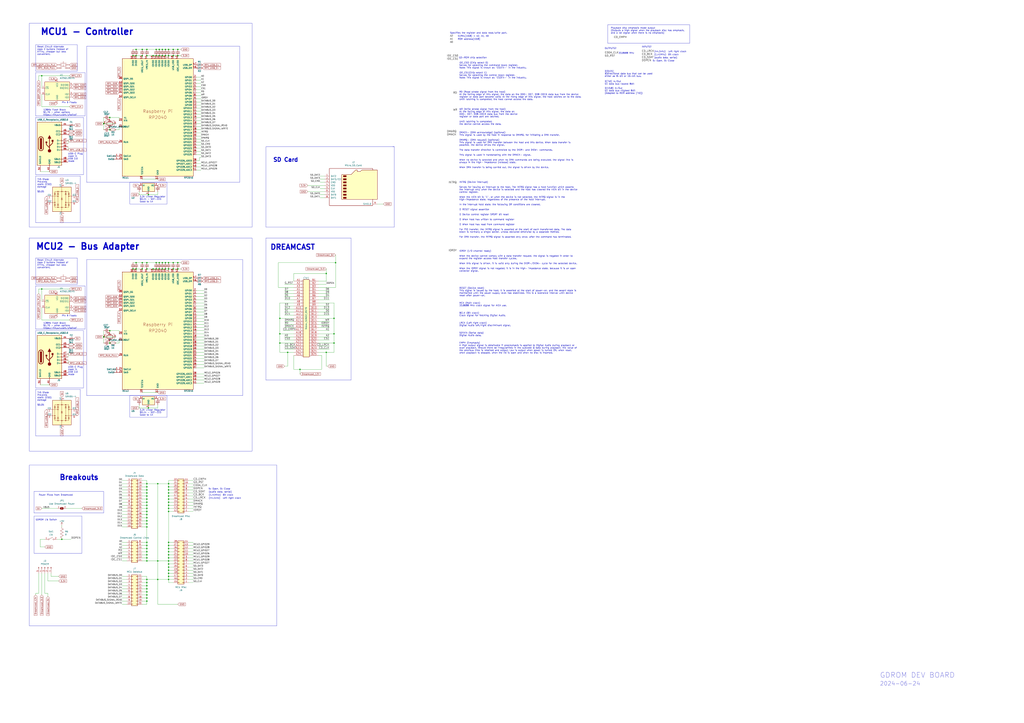
<source format=kicad_sch>
(kicad_sch (version 20230121) (generator eeschema)
  (paper "A1")
  (junction (at 138.43 410.21))
  (junction (at 138.43 407.67))
  (junction (at 120.65 422.91))
  (junction (at 85.09 101.6))
  (junction (at 120.65 407.67))
  (junction (at 120.65 417.83))
  (junction (at 135.89 40.64))
  (junction (at 120.65 445.77))
  (junction (at 275.59 215.9))
  (junction (at 85.09 276.86))
  (junction (at 128.27 45.72))
  (junction (at 120.65 40.64))
  (junction (at 236.22 289.56))
  (junction (at 120.65 483.87))
  (junction (at 138.43 466.09))
  (junction (at 90.17 96.52))
  (junction (at 138.43 448.31))
  (junction (at 146.05 220.98))
  (junction (at 120.65 215.9))
  (junction (at 130.81 215.9))
  (junction (at 120.65 488.95))
  (junction (at 120.65 425.45))
  (junction (at 146.05 40.64))
  (junction (at 133.35 40.64))
  (junction (at 120.65 448.31))
  (junction (at 116.84 215.9))
  (junction (at 138.43 461.01))
  (junction (at 50.8 443.23))
  (junction (at 138.43 468.63))
  (junction (at 128.27 220.98))
  (junction (at 109.22 45.72))
  (junction (at 138.43 402.59))
  (junction (at 120.65 45.72))
  (junction (at 120.65 461.01))
  (junction (at 138.43 420.37))
  (junction (at 138.43 45.72))
  (junction (at 138.43 40.64))
  (junction (at 138.43 463.55))
  (junction (at 138.43 397.51))
  (junction (at 135.89 215.9))
  (junction (at 120.65 494.03))
  (junction (at 229.87 274.32))
  (junction (at 138.43 417.83))
  (junction (at 138.43 458.47))
  (junction (at 138.43 471.17))
  (junction (at 130.81 220.98))
  (junction (at 138.43 473.71))
  (junction (at 229.87 281.94))
  (junction (at 120.65 476.25))
  (junction (at 120.65 420.37))
  (junction (at 121.92 160.02))
  (junction (at 120.65 402.59))
  (junction (at 138.43 405.13))
  (junction (at 142.24 45.72))
  (junction (at 120.65 415.29))
  (junction (at 138.43 450.85))
  (junction (at 120.65 427.99))
  (junction (at 120.65 458.47))
  (junction (at 111.76 45.72))
  (junction (at 146.05 215.9))
  (junction (at 138.43 412.75))
  (junction (at 120.65 450.85))
  (junction (at 129.54 397.51))
  (junction (at 142.24 40.64))
  (junction (at 138.43 215.9))
  (junction (at 267.97 289.56))
  (junction (at 138.43 400.05))
  (junction (at 138.43 455.93))
  (junction (at 133.35 215.9))
  (junction (at 120.65 410.21))
  (junction (at 138.43 476.25))
  (junction (at 135.89 220.98))
  (junction (at 116.84 40.64))
  (junction (at 90.17 271.78))
  (junction (at 267.97 224.79))
  (junction (at 120.65 405.13))
  (junction (at 34.29 62.23))
  (junction (at 125.73 220.98))
  (junction (at 246.38 303.53))
  (junction (at 133.35 220.98))
  (junction (at 138.43 445.77))
  (junction (at 120.65 220.98))
  (junction (at 111.76 215.9))
  (junction (at 34.29 237.49))
  (junction (at 116.84 220.98))
  (junction (at 129.54 461.01))
  (junction (at 133.35 45.72))
  (junction (at 274.32 261.62))
  (junction (at 111.76 40.64))
  (junction (at 120.65 397.51))
  (junction (at 90.17 281.94))
  (junction (at 129.54 476.25))
  (junction (at 120.65 491.49))
  (junction (at 229.87 261.62))
  (junction (at 120.65 486.41))
  (junction (at 138.43 220.98))
  (junction (at 120.65 433.07))
  (junction (at 111.76 220.98))
  (junction (at 142.24 220.98))
  (junction (at 125.73 45.72))
  (junction (at 120.65 478.79))
  (junction (at 130.81 40.64))
  (junction (at 109.22 220.98))
  (junction (at 138.43 415.29))
  (junction (at 116.84 45.72))
  (junction (at 128.27 40.64))
  (junction (at 120.65 430.53))
  (junction (at 274.32 281.94))
  (junction (at 120.65 481.33))
  (junction (at 146.05 45.72))
  (junction (at 120.65 455.93))
  (junction (at 120.65 400.05))
  (junction (at 135.89 45.72))
  (junction (at 90.17 106.68))
  (junction (at 138.43 453.39))
  (junction (at 128.27 215.9))
  (junction (at 130.81 45.72))
  (junction (at 142.24 215.9))
  (junction (at 121.92 335.28))
  (junction (at 120.65 453.39))
  (junction (at 274.32 274.32))
  (junction (at 120.65 412.75))
  (wire (pts (xy 161.29 302.26) (xy 167.64 302.26)))
  (wire (pts (xy 111.76 40.64) (xy 116.84 40.64)))
  (wire (pts (xy 41.91 473.71) (xy 41.91 471.17)))
  (wire (pts (xy 133.35 215.9) (xy 135.89 215.9)))
  (wire (pts (xy 138.43 455.93) (xy 138.43 458.47)))
  (wire (pts (xy 138.43 476.25) (xy 138.43 478.79)))
  (wire (pts (xy 120.65 481.33) (xy 120.65 483.87)))
  (wire (pts (xy 120.65 397.51) (xy 120.65 400.05)))
  (wire (pts (xy 31.75 237.49) (xy 34.29 237.49)))
  (wire (pts (xy 262.89 160.02) (xy 266.7 160.02)))
  (wire (pts (xy 161.29 121.92) (xy 165.1 121.92)))
  (polyline (pts (xy 29.21 36.83) (xy 63.5 36.83)))
  (polyline (pts (xy 106.68 325.12) (xy 106.68 342.9)))
  (wire (pts (xy 161.29 259.08) (xy 167.64 259.08)))
  (wire (pts (xy 246.38 303.53) (xy 264.16 303.53)))
  (wire (pts (xy 158.75 450.85) (xy 154.94 450.85)))
  (polyline (pts (xy 68.58 143.51) (xy 29.21 143.51)))
  (wire (pts (xy 142.24 215.9) (xy 146.05 215.9)))
  (wire (pts (xy 34.29 62.23) (xy 57.15 62.23)))
  (wire (pts (xy 142.24 405.13) (xy 138.43 405.13)))
  (wire (pts (xy 161.29 294.64) (xy 167.64 294.64)))
  (wire (pts (xy 90.17 271.78) (xy 90.17 273.05)))
  (wire (pts (xy 267.97 289.56) (xy 267.97 300.99)))
  (wire (pts (xy 229.87 281.94) (xy 241.3 281.94)))
  (wire (pts (xy 120.65 417.83) (xy 120.65 420.37)))
  (wire (pts (xy 97.79 279.4) (xy 97.79 281.94)))
  (wire (pts (xy 241.3 238.76) (xy 233.68 238.76)))
  (polyline (pts (xy 323.85 186.69) (xy 323.85 120.65)))
  (wire (pts (xy 100.33 397.51) (xy 104.14 397.51)))
  (wire (pts (xy 34.29 77.47) (xy 34.29 87.63)))
  (wire (pts (xy 161.29 271.78) (xy 167.64 271.78)))
  (wire (pts (xy 158.75 445.77) (xy 154.94 445.77)))
  (wire (pts (xy 138.43 417.83) (xy 138.43 420.37)))
  (wire (pts (xy 95.25 106.68) (xy 97.79 106.68)))
  (wire (pts (xy 158.75 407.67) (xy 154.94 407.67)))
  (wire (pts (xy 142.24 476.25) (xy 138.43 476.25)))
  (wire (pts (xy 100.33 458.47) (xy 104.14 458.47)))
  (wire (pts (xy 120.65 445.77) (xy 120.65 448.31)))
  (wire (pts (xy 100.33 394.97) (xy 104.14 394.97)))
  (polyline (pts (xy 63.5 36.83) (xy 63.5 58.42)))
  (wire (pts (xy 50.8 443.23) (xy 58.42 443.23)))
  (wire (pts (xy 100.33 476.25) (xy 104.14 476.25)))
  (wire (pts (xy 261.62 281.94) (xy 274.32 281.94)))
  (wire (pts (xy 158.75 455.93) (xy 154.94 455.93)))
  (wire (pts (xy 228.6 236.22) (xy 241.3 236.22)))
  (wire (pts (xy 142.24 453.39) (xy 138.43 453.39)))
  (wire (pts (xy 261.62 238.76) (xy 270.51 238.76)))
  (wire (pts (xy 120.65 40.64) (xy 128.27 40.64)))
  (wire (pts (xy 262.89 149.86) (xy 266.7 149.86)))
  (wire (pts (xy 120.65 486.41) (xy 120.65 488.95)))
  (wire (pts (xy 161.29 269.24) (xy 167.64 269.24)))
  (wire (pts (xy 161.29 246.38) (xy 167.64 246.38)))
  (wire (pts (xy 161.29 119.38) (xy 165.1 119.38)))
  (wire (pts (xy 142.24 450.85) (xy 138.43 450.85)))
  (polyline (pts (xy 199.39 222.25) (xy 199.39 325.12)))
  (wire (pts (xy 100.33 420.37) (xy 104.14 420.37)))
  (polyline (pts (xy 85.09 421.64) (xy 85.09 403.86)))
  (wire (pts (xy 120.65 491.49) (xy 120.65 494.03)))
  (wire (pts (xy 158.75 468.63) (xy 154.94 468.63)))
  (wire (pts (xy 241.3 292.1) (xy 241.3 303.53)))
  (wire (pts (xy 100.33 483.87) (xy 104.14 483.87)))
  (wire (pts (xy 128.27 40.64) (xy 130.81 40.64)))
  (wire (pts (xy 100.33 450.85) (xy 104.14 450.85)))
  (wire (pts (xy 100.33 461.01) (xy 104.14 461.01)))
  (wire (pts (xy 161.29 312.42) (xy 167.64 312.42)))
  (wire (pts (xy 31.75 241.3) (xy 31.75 237.49)))
  (wire (pts (xy 161.29 248.92) (xy 167.64 248.92)))
  (wire (pts (xy 116.84 494.03) (xy 120.65 494.03)))
  (wire (pts (xy 97.79 104.14) (xy 97.79 106.68)))
  (wire (pts (xy 116.84 478.79) (xy 120.65 478.79)))
  (polyline (pts (xy 29.21 95.25) (xy 69.85 95.25)))
  (wire (pts (xy 158.75 478.79) (xy 154.94 478.79)))
  (wire (pts (xy 158.75 417.83) (xy 154.94 417.83)))
  (wire (pts (xy 116.84 400.05) (xy 120.65 400.05)))
  (wire (pts (xy 116.84 420.37) (xy 120.65 420.37)))
  (wire (pts (xy 161.29 104.14) (xy 165.1 104.14)))
  (wire (pts (xy 100.33 415.29) (xy 104.14 415.29)))
  (wire (pts (xy 125.73 45.72) (xy 128.27 45.72)))
  (wire (pts (xy 100.33 486.41) (xy 104.14 486.41)))
  (polyline (pts (xy 67.31 424.18) (xy 67.31 454.66)))
  (wire (pts (xy 120.65 430.53) (xy 120.65 433.07)))
  (polyline (pts (xy 69.85 250.19) (xy 69.85 270.51)))
  (wire (pts (xy 138.43 415.29) (xy 138.43 417.83)))
  (polyline (pts (xy 24.13 382.27) (xy 24.13 514.35)))
  (polyline (pts (xy 27.94 403.86) (xy 27.94 421.64)))
  (wire (pts (xy 97.79 96.52) (xy 97.79 99.06)))
  (wire (pts (xy 120.65 400.05) (xy 120.65 402.59)))
  (wire (pts (xy 120.65 473.71) (xy 120.65 476.25)))
  (wire (pts (xy 138.43 400.05) (xy 138.43 402.59)))
  (wire (pts (xy 142.24 407.67) (xy 138.43 407.67)))
  (wire (pts (xy 261.62 284.48) (xy 270.51 284.48)))
  (wire (pts (xy 261.62 251.46) (xy 270.51 251.46)))
  (polyline (pts (xy 199.39 213.36) (xy 199.39 222.25)))
  (wire (pts (xy 275.59 209.55) (xy 275.59 215.9)))
  (wire (pts (xy 142.24 458.47) (xy 138.43 458.47)))
  (wire (pts (xy 116.84 445.77) (xy 120.65 445.77)))
  (wire (pts (xy 90.17 105.41) (xy 90.17 106.68)))
  (polyline (pts (xy 499.11 20.32) (xy 499.11 21.59)))
  (wire (pts (xy 274.32 274.32) (xy 274.32 281.94)))
  (wire (pts (xy 261.62 246.38) (xy 270.51 246.38)))
  (wire (pts (xy 261.62 287.02) (xy 270.51 287.02)))
  (wire (pts (xy 261.62 289.56) (xy 267.97 289.56)))
  (wire (pts (xy 39.37 487.68) (xy 39.37 490.22)))
  (wire (pts (xy 261.62 256.54) (xy 270.51 256.54)))
  (wire (pts (xy 142.24 455.93) (xy 138.43 455.93)))
  (wire (pts (xy 34.29 237.49) (xy 57.15 237.49)))
  (wire (pts (xy 241.3 233.68) (xy 233.68 233.68)))
  (polyline (pts (xy 323.85 120.65) (xy 322.58 120.65)))
  (wire (pts (xy 120.65 394.97) (xy 120.65 397.51)))
  (wire (pts (xy 116.84 453.39) (xy 120.65 453.39)))
  (wire (pts (xy 100.33 410.21) (xy 104.14 410.21)))
  (wire (pts (xy 120.65 425.45) (xy 120.65 427.99)))
  (wire (pts (xy 116.84 417.83) (xy 120.65 417.83)))
  (wire (pts (xy 55.88 295.91) (xy 55.88 298.45)))
  (wire (pts (xy 100.33 455.93) (xy 104.14 455.93)))
  (wire (pts (xy 138.43 445.77) (xy 138.43 448.31)))
  (wire (pts (xy 135.89 215.9) (xy 138.43 215.9)))
  (wire (pts (xy 138.43 448.31) (xy 138.43 450.85)))
  (polyline (pts (xy 29.21 233.68) (xy 63.5 233.68)))
  (wire (pts (xy 142.24 445.77) (xy 138.43 445.77)))
  (wire (pts (xy 146.05 40.64) (xy 148.59 40.64)))
  (wire (pts (xy 34.29 237.49) (xy 34.29 247.65)))
  (wire (pts (xy 138.43 461.01) (xy 138.43 463.55)))
  (wire (pts (xy 100.33 491.49) (xy 104.14 491.49)))
  (wire (pts (xy 114.3 335.28) (xy 121.92 335.28)))
  (wire (pts (xy 262.89 144.78) (xy 266.7 144.78)))
  (wire (pts (xy 138.43 220.98) (xy 142.24 220.98)))
  (wire (pts (xy 161.29 99.06) (xy 165.1 99.06)))
  (wire (pts (xy 31.75 62.23) (xy 34.29 62.23)))
  (wire (pts (xy 85.09 101.6) (xy 95.25 101.6)))
  (wire (pts (xy 120.65 402.59) (xy 120.65 405.13)))
  (wire (pts (xy 100.33 448.31) (xy 104.14 448.31)))
  (wire (pts (xy 161.29 314.96) (xy 167.64 314.96)))
  (wire (pts (xy 48.26 473.71) (xy 41.91 473.71)))
  (wire (pts (xy 229.87 261.62) (xy 241.3 261.62)))
  (wire (pts (xy 138.43 215.9) (xy 142.24 215.9)))
  (wire (pts (xy 116.84 483.87) (xy 120.65 483.87)))
  (wire (pts (xy 100.33 417.83) (xy 104.14 417.83)))
  (wire (pts (xy 31.75 487.68) (xy 31.75 471.17)))
  (wire (pts (xy 85.09 101.6) (xy 85.09 106.68)))
  (wire (pts (xy 241.3 289.56) (xy 236.22 289.56)))
  (wire (pts (xy 146.05 220.98) (xy 148.59 220.98)))
  (wire (pts (xy 241.3 303.53) (xy 246.38 303.53)))
  (wire (pts (xy 46.99 443.23) (xy 50.8 443.23)))
  (wire (pts (xy 161.29 284.48) (xy 167.64 284.48)))
  (wire (pts (xy 116.84 410.21) (xy 120.65 410.21)))
  (wire (pts (xy 116.84 455.93) (xy 120.65 455.93)))
  (wire (pts (xy 142.24 478.79) (xy 138.43 478.79)))
  (wire (pts (xy 39.37 477.52) (xy 39.37 471.17)))
  (wire (pts (xy 100.33 478.79) (xy 104.14 478.79)))
  (wire (pts (xy 161.29 83.82) (xy 165.1 83.82)))
  (wire (pts (xy 120.65 220.98) (xy 125.73 220.98)))
  (wire (pts (xy 142.24 473.71) (xy 138.43 473.71)))
  (wire (pts (xy 100.33 425.45) (xy 104.14 425.45)))
  (wire (pts (xy 129.54 397.51) (xy 138.43 397.51)))
  (wire (pts (xy 228.6 236.22) (xy 228.6 215.9)))
  (wire (pts (xy 116.84 476.25) (xy 120.65 476.25)))
  (wire (pts (xy 116.84 481.33) (xy 120.65 481.33)))
  (wire (pts (xy 161.29 137.16) (xy 165.1 137.16)))
  (wire (pts (xy 161.29 299.72) (xy 167.64 299.72)))
  (polyline (pts (xy 29.21 96.52) (xy 68.58 96.52)))
  (wire (pts (xy 161.29 139.7) (xy 165.1 139.7)))
  (wire (pts (xy 138.43 407.67) (xy 138.43 410.21)))
  (wire (pts (xy 142.24 402.59) (xy 138.43 402.59)))
  (wire (pts (xy 100.33 496.57) (xy 104.14 496.57)))
  (wire (pts (xy 138.43 453.39) (xy 138.43 455.93)))
  (wire (pts (xy 161.29 307.34) (xy 167.64 307.34)))
  (wire (pts (xy 125.73 220.98) (xy 128.27 220.98)))
  (wire (pts (xy 85.09 96.52) (xy 85.09 101.6)))
  (wire (pts (xy 29.21 487.68) (xy 29.21 488.95)))
  (wire (pts (xy 90.17 96.52) (xy 97.79 96.52)))
  (polyline (pts (xy 218.44 186.69) (xy 323.85 186.69)))
  (wire (pts (xy 33.02 443.23) (xy 33.02 449.58)))
  (polyline (pts (xy 27.94 403.86) (xy 85.09 403.86)))
  (wire (pts (xy 100.33 427.99) (xy 104.14 427.99)))
  (polyline (pts (xy 24.13 514.35) (xy 227.33 514.35)))
  (wire (pts (xy 236.22 289.56) (xy 236.22 300.99)))
  (wire (pts (xy 158.75 458.47) (xy 154.94 458.47)))
  (polyline (pts (xy 66.04 144.78) (xy 29.21 144.78)))
  (wire (pts (xy 120.65 433.07) (xy 120.65 445.77)))
  (wire (pts (xy 161.29 264.16) (xy 167.64 264.16)))
  (polyline (pts (xy 24.13 382.27) (xy 227.33 382.27)))
  (wire (pts (xy 133.35 220.98) (xy 135.89 220.98)))
  (wire (pts (xy 142.24 468.63) (xy 138.43 468.63)))
  (wire (pts (xy 100.33 400.05) (xy 104.14 400.05)))
  (polyline (pts (xy 29.21 271.78) (xy 68.58 271.78)))
  (polyline (pts (xy 29.21 182.88) (xy 66.04 182.88)))
  (wire (pts (xy 138.43 410.21) (xy 138.43 412.75)))
  (polyline (pts (xy 27.94 424.18) (xy 67.31 424.18)))
  (polyline (pts (xy 68.58 110.49) (xy 68.58 143.51)))
  (wire (pts (xy 109.22 220.98) (xy 111.76 220.98)))
  (wire (pts (xy 138.43 463.55) (xy 138.43 466.09)))
  (wire (pts (xy 163.83 132.08) (xy 163.83 129.54)))
  (wire (pts (xy 120.65 476.25) (xy 129.54 476.25)))
  (wire (pts (xy 161.29 309.88) (xy 167.64 309.88)))
  (wire (pts (xy 142.24 220.98) (xy 146.05 220.98)))
  (wire (pts (xy 261.62 264.16) (xy 270.51 264.16)))
  (wire (pts (xy 120.65 215.9) (xy 128.27 215.9)))
  (wire (pts (xy 31.75 66.04) (xy 31.75 62.23)))
  (wire (pts (xy 261.62 236.22) (xy 275.59 236.22)))
  (wire (pts (xy 262.89 147.32) (xy 266.7 147.32)))
  (wire (pts (xy 161.29 68.58) (xy 165.1 68.58)))
  (polyline (pts (xy 68.58 285.75) (xy 68.58 318.77)))
  (wire (pts (xy 116.84 491.49) (xy 120.65 491.49)))
  (wire (pts (xy 121.92 160.02) (xy 129.54 160.02)))
  (wire (pts (xy 120.65 494.03) (xy 120.65 496.57)))
  (polyline (pts (xy 29.21 358.14) (xy 66.04 358.14)))
  (wire (pts (xy 36.83 487.68) (xy 39.37 487.68)))
  (wire (pts (xy 100.33 473.71) (xy 104.14 473.71)))
  (wire (pts (xy 161.29 127) (xy 165.1 127)))
  (wire (pts (xy 50.8 431.8) (xy 50.8 433.07)))
  (wire (pts (xy 100.33 433.07) (xy 104.14 433.07)))
  (wire (pts (xy 264.16 303.53) (xy 264.16 292.1)))
  (wire (pts (xy 116.84 322.58) (xy 129.54 322.58)))
  (wire (pts (xy 138.43 40.64) (xy 142.24 40.64)))
  (wire (pts (xy 100.33 453.39) (xy 104.14 453.39)))
  (wire (pts (xy 161.29 251.46) (xy 167.64 251.46)))
  (polyline (pts (xy 288.29 312.42) (xy 288.29 195.58)))
  (wire (pts (xy 228.6 215.9) (xy 275.59 215.9)))
  (wire (pts (xy 120.65 478.79) (xy 120.65 481.33)))
  (wire (pts (xy 55.88 120.65) (xy 55.88 123.19)))
  (wire (pts (xy 229.87 274.32) (xy 229.87 281.94)))
  (wire (pts (xy 138.43 402.59) (xy 138.43 405.13)))
  (wire (pts (xy 161.29 243.84) (xy 167.64 243.84)))
  (wire (pts (xy 241.3 256.54) (xy 233.68 256.54)))
  (wire (pts (xy 138.43 412.75) (xy 138.43 415.29)))
  (wire (pts (xy 233.68 300.99) (xy 236.22 300.99)))
  (wire (pts (xy 267.97 224.79) (xy 267.97 220.98)))
  (polyline (pts (xy 68.58 96.52) (xy 68.58 110.49)))
  (wire (pts (xy 39.37 477.52) (xy 48.26 477.52)))
  (wire (pts (xy 158.75 471.17) (xy 154.94 471.17)))
  (wire (pts (xy 233.68 266.7) (xy 241.3 266.7)))
  (wire (pts (xy 161.29 287.02) (xy 167.64 287.02)))
  (wire (pts (xy 90.17 271.78) (xy 97.79 271.78)))
  (polyline (pts (xy 29.21 58.42) (xy 63.5 58.42)))
  (wire (pts (xy 261.62 292.1) (xy 264.16 292.1)))
  (wire (pts (xy 261.62 271.78) (xy 270.51 271.78)))
  (wire (pts (xy 146.05 45.72) (xy 148.59 45.72)))
  (wire (pts (xy 33.02 443.23) (xy 36.83 443.23)))
  (wire (pts (xy 142.24 40.64) (xy 146.05 40.64)))
  (wire (pts (xy 116.84 458.47) (xy 120.65 458.47)))
  (wire (pts (xy 116.84 412.75) (xy 120.65 412.75)))
  (wire (pts (xy 138.43 397.51) (xy 138.43 400.05)))
  (wire (pts (xy 142.24 400.05) (xy 138.43 400.05)))
  (polyline (pts (xy 125.73 167.64) (xy 137.16 167.64)))
  (wire (pts (xy 142.24 417.83) (xy 138.43 417.83)))
  (polyline (pts (xy 27.94 454.66) (xy 27.94 424.18)))
  (wire (pts (xy 129.54 160.02) (xy 129.54 157.48)))
  (polyline (pts (xy 58.42 454.66) (xy 27.94 454.66)))
  (wire (pts (xy 120.65 448.31) (xy 120.65 450.85)))
  (wire (pts (xy 129.54 476.25) (xy 129.54 496.57)))
  (wire (pts (xy 161.29 93.98) (xy 165.1 93.98)))
  (wire (pts (xy 241.3 254) (xy 233.68 254)))
  (polyline (pts (xy 71.12 213.36) (xy 199.39 213.36)))
  (wire (pts (xy 116.84 394.97) (xy 120.65 394.97)))
  (wire (pts (xy 262.89 162.56) (xy 266.7 162.56)))
  (polyline (pts (xy 137.16 342.9) (xy 137.16 325.12)))
  (wire (pts (xy 138.43 473.71) (xy 138.43 476.25)))
  (wire (pts (xy 261.62 269.24) (xy 270.51 269.24)))
  (wire (pts (xy 135.89 40.64) (xy 138.43 40.64)))
  (wire (pts (xy 55.88 293.37) (xy 55.88 290.83)))
  (polyline (pts (xy 71.12 149.86) (xy 71.12 38.1)))
  (wire (pts (xy 111.76 220.98) (xy 116.84 220.98)))
  (wire (pts (xy 142.24 394.97) (xy 138.43 394.97)))
  (wire (pts (xy 129.54 397.51) (xy 129.54 461.01)))
  (polyline (pts (xy 29.21 234.95) (xy 29.21 270.51)))
  (wire (pts (xy 142.24 448.31) (xy 138.43 448.31)))
  (wire (pts (xy 116.84 425.45) (xy 120.65 425.45)))
  (polyline (pts (xy 106.68 342.9) (xy 125.73 342.9)))
  (wire (pts (xy 161.29 111.76) (xy 165.1 111.76)))
  (wire (pts (xy 161.29 124.46) (xy 165.1 124.46)))
  (polyline (pts (xy 196.85 38.1) (xy 196.85 46.99)))
  (wire (pts (xy 267.97 224.79) (xy 267.97 231.14)))
  (wire (pts (xy 246.38 303.53) (xy 246.38 307.34)))
  (wire (pts (xy 114.3 157.48) (xy 114.3 160.02)))
  (wire (pts (xy 229.87 281.94) (xy 229.87 289.56)))
  (polyline (pts (xy 125.73 342.9) (xy 137.16 342.9)))
  (wire (pts (xy 261.62 241.3) (xy 270.51 241.3)))
  (polyline (pts (xy 69.85 59.69) (xy 29.21 59.69)))
  (wire (pts (xy 266.7 157.48) (xy 252.73 157.48)))
  (wire (pts (xy 158.75 453.39) (xy 154.94 453.39)))
  (wire (pts (xy 34.29 417.83) (xy 46.99 417.83)))
  (wire (pts (xy 34.29 262.89) (xy 57.15 262.89)))
  (wire (pts (xy 158.75 473.71) (xy 154.94 473.71)))
  (wire (pts (xy 161.29 276.86) (xy 167.64 276.86)))
  (wire (pts (xy 261.62 233.68) (xy 267.97 233.68)))
  (wire (pts (xy 120.65 412.75) (xy 120.65 415.29)))
  (wire (pts (xy 158.75 461.01) (xy 154.94 461.01)))
  (wire (pts (xy 114.3 160.02) (xy 121.92 160.02)))
  (polyline (pts (xy 218.44 312.42) (xy 288.29 312.42)))
  (wire (pts (xy 116.84 415.29) (xy 120.65 415.29)))
  (wire (pts (xy 100.33 412.75) (xy 104.14 412.75)))
  (polyline (pts (xy 566.42 20.32) (xy 499.11 20.32)))
  (polyline (pts (xy 71.12 325.12) (xy 71.12 213.36)))
  (wire (pts (xy 128.27 220.98) (xy 130.81 220.98)))
  (polyline (pts (xy 69.85 74.93) (xy 69.85 59.69)))
  (polyline (pts (xy 63.5 212.09) (xy 63.5 233.68)))
  (polyline (pts (xy 69.85 74.93) (xy 69.85 95.25)))
  (wire (pts (xy 33.02 140.97) (xy 40.64 140.97)))
  (wire (pts (xy 116.84 488.95) (xy 120.65 488.95)))
  (wire (pts (xy 161.29 101.6) (xy 165.1 101.6)))
  (polyline (pts (xy 68.58 271.78) (xy 68.58 285.75)))
  (wire (pts (xy 116.84 397.51) (xy 120.65 397.51)))
  (wire (pts (xy 161.29 274.32) (xy 167.64 274.32)))
  (wire (pts (xy 161.29 81.28) (xy 165.1 81.28)))
  (wire (pts (xy 158.75 463.55) (xy 154.94 463.55)))
  (wire (pts (xy 34.29 62.23) (xy 34.29 72.39)))
  (polyline (pts (xy 106.68 167.64) (xy 125.73 167.64)))
  (wire (pts (xy 138.43 420.37) (xy 138.43 445.77)))
  (wire (pts (xy 90.17 96.52) (xy 90.17 97.79)))
  (wire (pts (xy 138.43 405.13) (xy 138.43 407.67)))
  (wire (pts (xy 261.62 259.08) (xy 270.51 259.08)))
  (polyline (pts (xy 137.16 167.64) (xy 137.16 149.86)))
  (wire (pts (xy 100.33 481.33) (xy 104.14 481.33)))
  (wire (pts (xy 116.84 450.85) (xy 120.65 450.85)))
  (wire (pts (xy 120.65 461.01) (xy 129.54 461.01)))
  (wire (pts (xy 261.62 254) (xy 270.51 254)))
  (wire (pts (xy 100.33 445.77) (xy 104.14 445.77)))
  (wire (pts (xy 142.24 420.37) (xy 138.43 420.37)))
  (polyline (pts (xy 218.44 120.65) (xy 218.44 186.69)))
  (wire (pts (xy 233.68 287.02) (xy 241.3 287.02)))
  (polyline (pts (xy 69.85 250.19) (xy 69.85 234.95)))
  (polyline (pts (xy 499.11 21.59) (xy 499.11 35.56)))
  (polyline (pts (xy 227.33 514.35) (xy 227.33 382.27)))
  (polyline (pts (xy 66.04 320.04) (xy 29.21 320.04)))
  (wire (pts (xy 274.32 261.62) (xy 274.32 274.32)))
  (wire (pts (xy 120.65 453.39) (xy 120.65 455.93)))
  (wire (pts (xy 120.65 483.87) (xy 120.65 486.41)))
  (wire (pts (xy 116.84 486.41) (xy 120.65 486.41)))
  (wire (pts (xy 54.61 417.83) (xy 67.31 417.83)))
  (wire (pts (xy 161.29 297.18) (xy 167.64 297.18)))
  (wire (pts (xy 261.62 276.86) (xy 270.51 276.86)))
  (wire (pts (xy 241.3 284.48) (xy 233.68 284.48)))
  (wire (pts (xy 120.65 476.25) (xy 120.65 478.79)))
  (wire (pts (xy 138.43 471.17) (xy 138.43 473.71)))
  (wire (pts (xy 269.24 300.99) (xy 267.97 300.99)))
  (polyline (pts (xy 218.44 195.58) (xy 218.44 312.42)))
  (wire (pts (xy 120.65 420.37) (xy 120.65 422.91)))
  (wire (pts (xy 120.65 427.99) (xy 120.65 430.53)))
  (wire (pts (xy 229.87 274.32) (xy 241.3 274.32)))
  (wire (pts (xy 142.24 463.55) (xy 138.43 463.55)))
  (wire (pts (xy 274.32 281.94) (xy 274.32 289.56)))
  (wire (pts (xy 142.24 410.21) (xy 138.43 410.21)))
  (wire (pts (xy 100.33 430.53) (xy 104.14 430.53)))
  (wire (pts (xy 130.81 45.72) (xy 133.35 45.72)))
  (wire (pts (xy 120.65 410.21) (xy 120.65 412.75)))
  (wire (pts (xy 161.29 109.22) (xy 165.1 109.22)))
  (wire (pts (xy 261.62 248.92) (xy 274.32 248.92)))
  (polyline (pts (xy 199.39 325.12) (xy 71.12 325.12)))
  (wire (pts (xy 36.83 449.58) (xy 33.02 449.58)))
  (polyline (pts (xy 29.21 270.51) (xy 69.85 270.51)))
  (wire (pts (xy 161.29 261.62) (xy 167.64 261.62)))
  (wire (pts (xy 158.75 412.75) (xy 154.94 412.75)))
  (wire (pts (xy 34.29 252.73) (xy 34.29 262.89)))
  (wire (pts (xy 142.24 471.17) (xy 138.43 471.17)))
  (wire (pts (xy 138.43 468.63) (xy 138.43 471.17)))
  (wire (pts (xy 241.3 271.78) (xy 232.41 271.78)))
  (polyline (pts (xy 218.44 195.58) (xy 288.29 195.58)))
  (wire (pts (xy 158.75 415.29) (xy 154.94 415.29)))
  (wire (pts (xy 142.24 45.72) (xy 146.05 45.72)))
  (wire (pts (xy 229.87 248.92) (xy 229.87 261.62)))
  (wire (pts (xy 241.3 251.46) (xy 233.68 251.46)))
  (wire (pts (xy 274.32 248.92) (xy 274.32 261.62)))
  (wire (pts (xy 129.54 461.01) (xy 129.54 476.25)))
  (wire (pts (xy 116.84 461.01) (xy 120.65 461.01)))
  (wire (pts (xy 120.65 450.85) (xy 120.65 453.39)))
  (wire (pts (xy 142.24 466.09) (xy 138.43 466.09)))
  (wire (pts (xy 161.29 289.56) (xy 167.64 289.56)))
  (wire (pts (xy 161.29 114.3) (xy 165.1 114.3)))
  (wire (pts (xy 100.33 422.91) (xy 104.14 422.91)))
  (wire (pts (xy 34.29 471.17) (xy 34.29 488.95)))
  (wire (pts (xy 34.29 87.63) (xy 57.15 87.63)))
  (wire (pts (xy 120.65 407.67) (xy 120.65 410.21)))
  (wire (pts (xy 241.3 224.79) (xy 267.97 224.79)))
  (polyline (pts (xy 66.04 182.88) (xy 66.04 144.78)))
  (polyline (pts (xy 69.85 234.95) (xy 29.21 234.95)))
  (polyline (pts (xy 29.21 320.04) (xy 29.21 358.14)))
  (wire (pts (xy 133.35 40.64) (xy 135.89 40.64)))
  (wire (pts (xy 36.83 471.17) (xy 36.83 487.68)))
  (wire (pts (xy 158.75 402.59) (xy 154.94 402.59)))
  (polyline (pts (xy 58.42 454.66) (xy 67.31 454.66)))
  (wire (pts (xy 241.3 248.92) (xy 229.87 248.92)))
  (polyline (pts (xy 71.12 38.1) (xy 196.85 38.1)))
  (wire (pts (xy 158.75 466.09) (xy 154.94 466.09)))
  (wire (pts (xy 138.43 397.51) (xy 142.24 397.51)))
  (wire (pts (xy 120.65 488.95) (xy 120.65 491.49)))
  (wire (pts (xy 138.43 458.47) (xy 138.43 461.01)))
  (wire (pts (xy 161.29 86.36) (xy 165.1 86.36)))
  (polyline (pts (xy 566.42 35.56) (xy 566.42 20.32)))
  (polyline (pts (xy 29.21 59.69) (xy 29.21 95.25)))
  (wire (pts (xy 116.84 405.13) (xy 120.65 405.13)))
  (wire (pts (xy 161.29 279.4) (xy 167.64 279.4)))
  (wire (pts (xy 121.92 335.28) (xy 129.54 335.28)))
  (wire (pts (xy 138.43 450.85) (xy 138.43 453.39)))
  (wire (pts (xy 158.75 405.13) (xy 154.94 405.13)))
  (wire (pts (xy 120.65 405.13) (xy 120.65 407.67)))
  (wire (pts (xy 129.54 461.01) (xy 138.43 461.01)))
  (wire (pts (xy 142.24 412.75) (xy 138.43 412.75)))
  (wire (pts (xy 261.62 243.84) (xy 270.51 243.84)))
  (wire (pts (xy 241.3 276.86) (xy 233.68 276.86)))
  (wire (pts (xy 252.73 152.4) (xy 266.7 152.4)))
  (wire (pts (xy 133.35 45.72) (xy 135.89 45.72)))
  (polyline (pts (xy 499.11 35.56) (xy 566.42 35.56)))
  (wire (pts (xy 109.22 45.72) (xy 111.76 45.72)))
  (wire (pts (xy 161.29 71.12) (xy 165.1 71.12)))
  (wire (pts (xy 161.29 91.44) (xy 165.1 91.44)))
  (wire (pts (xy 100.33 494.03) (xy 104.14 494.03)))
  (wire (pts (xy 100.33 405.13) (xy 104.14 405.13)))
  (polyline (pts (xy 29.21 318.77) (xy 29.21 271.78)))
  (wire (pts (xy 241.3 231.14) (xy 241.3 224.79)))
  (wire (pts (xy 161.29 73.66) (xy 165.1 73.66)))
  (polyline (pts (xy 68.58 318.77) (xy 29.21 318.77)))
  (wire (pts (xy 146.05 496.57) (xy 129.54 496.57)))
  (wire (pts (xy 116.84 448.31) (xy 120.65 448.31)))
  (wire (pts (xy 161.29 241.3) (xy 167.64 241.3)))
  (wire (pts (xy 116.84 422.91) (xy 120.65 422.91)))
  (wire (pts (xy 161.29 281.94) (xy 167.64 281.94)))
  (wire (pts (xy 111.76 45.72) (xy 116.84 45.72)))
  (wire (pts (xy 161.29 292.1) (xy 167.64 292.1)))
  (wire (pts (xy 161.29 238.76) (xy 167.64 238.76)))
  (wire (pts (xy 85.09 271.78) (xy 85.09 276.86)))
  (wire (pts (xy 161.29 256.54) (xy 167.64 256.54)))
  (wire (pts (xy 100.33 407.67) (xy 104.14 407.67)))
  (wire (pts (xy 116.84 433.07) (xy 120.65 433.07)))
  (wire (pts (xy 161.29 116.84) (xy 165.1 116.84)))
  (wire (pts (xy 116.84 473.71) (xy 120.65 473.71)))
  (wire (pts (xy 116.84 496.57) (xy 120.65 496.57)))
  (wire (pts (xy 120.65 422.91) (xy 120.65 425.45)))
  (wire (pts (xy 158.75 476.25) (xy 154.94 476.25)))
  (wire (pts (xy 116.84 407.67) (xy 120.65 407.67)))
  (polyline (pts (xy 196.85 149.86) (xy 71.12 149.86)))
  (wire (pts (xy 100.33 402.59) (xy 104.14 402.59)))
  (wire (pts (xy 116.84 427.99) (xy 120.65 427.99)))
  (wire (pts (xy 161.29 66.04) (xy 165.1 66.04)))
  (wire (pts (xy 130.81 215.9) (xy 133.35 215.9)))
  (wire (pts (xy 116.84 430.53) (xy 120.65 430.53)))
  (polyline (pts (xy 29.21 233.68) (xy 29.21 212.09)))
  (polyline (pts (xy 106.68 149.86) (xy 106.68 167.64)))
  (wire (pts (xy 161.29 132.08) (xy 163.83 132.08)))
  (wire (pts (xy 158.75 397.51) (xy 154.94 397.51)))
  (polyline (pts (xy 29.21 58.42) (xy 29.21 36.83)))
  (wire (pts (xy 161.29 63.5) (xy 165.1 63.5)))
  (wire (pts (xy 142.24 415.29) (xy 138.43 415.29)))
  (wire (pts (xy 128.27 215.9) (xy 130.81 215.9)))
  (wire (pts (xy 128.27 45.72) (xy 130.81 45.72)))
  (polyline (pts (xy 29.21 143.51) (xy 29.21 96.52)))
  (wire (pts (xy 90.17 280.67) (xy 90.17 281.94)))
  (wire (pts (xy 109.22 215.9) (xy 111.76 215.9)))
  (wire (pts (xy 163.83 129.54) (xy 165.1 129.54)))
  (wire (pts (xy 138.43 394.97) (xy 138.43 397.51)))
  (wire (pts (xy 55.88 118.11) (xy 55.88 115.57)))
  (wire (pts (xy 241.3 243.84) (xy 233.68 243.84)))
  (wire (pts (xy 229.87 289.56) (xy 236.22 289.56)))
  (wire (pts (xy 261.62 279.4) (xy 270.51 279.4)))
  (wire (pts (xy 241.3 241.3) (xy 233.68 241.3)))
  (wire (pts (xy 109.22 40.64) (xy 111.76 40.64)))
  (wire (pts (xy 100.33 488.95) (xy 104.14 488.95)))
  (wire (pts (xy 161.29 106.68) (xy 165.1 106.68)))
  (wire (pts (xy 129.54 335.28) (xy 129.54 332.74)))
  (wire (pts (xy 261.62 274.32) (xy 274.32 274.32)))
  (wire (pts (xy 120.65 415.29) (xy 120.65 417.83)))
  (wire (pts (xy 229.87 261.62) (xy 229.87 274.32)))
  (wire (pts (xy 85.09 276.86) (xy 85.09 281.94)))
  (wire (pts (xy 138.43 45.72) (xy 142.24 45.72)))
  (wire (pts (xy 158.75 400.05) (xy 154.94 400.05)))
  (wire (pts (xy 241.3 279.4) (xy 233.68 279.4)))
  (polyline (pts (xy 66.04 358.14) (xy 66.04 320.04)))
  (wire (pts (xy 120.65 458.47) (xy 120.65 461.01)))
  (wire (pts (xy 135.89 220.98) (xy 138.43 220.98)))
  (wire (pts (xy 158.75 394.97) (xy 154.94 394.97)))
  (wire (pts (xy 129.54 476.25) (xy 138.43 476.25)))
  (polyline (pts (xy 29.21 212.09) (xy 63.5 212.09)))
  (wire (pts (xy 142.24 461.01) (xy 138.43 461.01)))
  (wire (pts (xy 267.97 289.56) (xy 274.32 289.56)))
  (wire (pts (xy 120.65 397.51) (xy 129.54 397.51)))
  (wire (pts (xy 158.75 410.21) (xy 154.94 410.21)))
  (wire (pts (xy 161.29 266.7) (xy 167.64 266.7)))
  (wire (pts (xy 85.09 276.86) (xy 95.25 276.86)))
  (polyline (pts (xy 27.94 421.64) (xy 85.09 421.64)))
  (wire (pts (xy 158.75 448.31) (xy 154.94 448.31)))
  (wire (pts (xy 116.84 402.59) (xy 120.65 402.59)))
  (wire (pts (xy 161.29 88.9) (xy 165.1 88.9)))
  (wire (pts (xy 161.29 76.2) (xy 165.1 76.2)))
  (wire (pts (xy 261.62 261.62) (xy 274.32 261.62)))
  (wire (pts (xy 267.97 231.14) (xy 261.62 231.14)))
  (wire (pts (xy 275.59 215.9) (xy 275.59 236.22)))
  (wire (pts (xy 29.21 487.68) (xy 31.75 487.68)))
  (wire (pts (xy 161.29 254) (xy 167.64 254)))
  (wire (pts (xy 114.3 332.74) (xy 114.3 335.28)))
  (wire (pts (xy 116.84 147.32) (xy 129.54 147.32)))
  (wire (pts (xy 97.79 271.78) (xy 97.79 274.32)))
  (wire (pts (xy 233.68 269.24) (xy 241.3 269.24)))
  (wire (pts (xy 130.81 220.98) (xy 133.35 220.98)))
  (wire (pts (xy 120.65 455.93) (xy 120.65 458.47)))
  (wire (pts (xy 135.89 45.72) (xy 138.43 45.72)))
  (wire (pts (xy 111.76 215.9) (xy 116.84 215.9)))
  (wire (pts (xy 261.62 266.7) (xy 270.51 266.7)))
  (polyline (pts (xy 196.85 46.99) (xy 196.85 149.86)))
  (polyline (pts (xy 218.44 120.65) (xy 323.85 120.65)))
  (wire (pts (xy 241.3 259.08) (xy 233.68 259.08)))
  (polyline (pts (xy 29.21 144.78) (xy 29.21 182.88)))
  (wire (pts (xy 161.29 78.74) (xy 165.1 78.74)))
  (wire (pts (xy 130.81 40.64) (xy 133.35 40.64)))
  (wire (pts (xy 146.05 215.9) (xy 148.59 215.9)))
  (wire (pts (xy 241.3 246.38) (xy 233.68 246.38)))
  (wire (pts (xy 233.68 264.16) (xy 241.3 264.16)))
  (wire (pts (xy 33.02 316.23) (xy 40.64 316.23)))
  (wire (pts (xy 95.25 281.94) (xy 97.79 281.94)))
  (wire (pts (xy 309.88 167.64) (xy 314.96 167.64)))
  (wire (pts (xy 120.65 45.72) (xy 125.73 45.72)))
  (wire (pts (xy 158.75 420.37) (xy 154.94 420.37)))
  (wire (pts (xy 116.84 40.64) (xy 120.65 40.64)))
  (polyline (pts (xy 137.16 149.86) (xy 106.68 149.86)))
  (polyline (pts (xy 137.16 325.12) (xy 106.68 325.12)))
  (wire (pts (xy 161.29 96.52) (xy 165.1 96.52)))
  (wire (pts (xy 262.89 154.94) (xy 266.7 154.94)))
  (wire (pts (xy 138.43 466.09) (xy 138.43 468.63)))
  (wire (pts (xy 116.84 215.9) (xy 120.65 215.9)))
  (wire (pts (xy 161.29 134.62) (xy 165.1 134.62)))
  (rectangle (start 24.13 19.05) (end 207.01 186.69))
  (rectangle (start 24.13 195.58) (end 207.01 370.84))
  (text "RD (Read strobe signal from the host)\nAt the falling edge of this signal, the data on the DDO- DD7, DD8-DD15 data bus from the device \nregister or data port become valid. At the rising edge of this signal, the host latches on to the data. \nUntil latching is completed, the host cannot access the data. " (at 377.19 82.55 0) (effects (font (size 1.27 1.27)) (justify left bottom)))
  (text "Pin 9 Floats" (at 50.8 85.09 0) (effects (font (size 1.27 1.27)) (justify left bottom)))
  (text "(audio data, serial)" (at 190.5 405.13 0) (effects (font (size 1.27 1.27)) (justify right bottom)))
  (text "(1.41MHz)" (at 537.21 45.72 0) (effects (font (size 1.27 1.27)) (justify left bottom)))
  (text "Reset Circuit Alternate\nUses 2 buttons instead of\nATTiny, cheaper but less\nconvenient." (at 30.48 45.466 0) (effects (font (size 1.27 1.27)) (justify left bottom)))
  (text "TVS Diode\nPrevents\nstatic (ESD)\ndamage" (at 30.607 154.432 0) (effects (font (size 1.27 1.27)) (justify left bottom)))
  (text "5v Open, 0v Close" (at 189.23 402.59 0) (effects (font (size 1.27 1.27)) (justify right bottom)))
  (text "WR (Write strobe signal from the host)\nAt the falling edge of this signal, the data on \nDDO- DD7, DD8-DD15 data bus from the device \nregister or data port are latched. \n\nUntil latching is completed, \nthe device cannot access the data. " (at 377.19 102.87 0) (effects (font (size 1.27 1.27)) (justify left bottom)))
  (text "Left right clock\n" (at 548.64 43.18 0) (effects (font (size 1.27 1.27)) (justify left bottom)))
  (text "128Mb Flash Block\n$1.70 - other options\nhttps://tinyurl.com/yfssfxsf" (at 35.56 270.51 0) (effects (font (size 1.27 1.27)) (justify left bottom)))
  (text "ROM address[10:8]" (at 375.92 33.02 0) (effects (font (size 1.27 1.27)) (justify left bottom)))
  (text "128Mb Flash Block\n$1.70 - other options\nhttps://tinyurl.com/yfssfxsf" (at 35.56 95.25 0) (effects (font (size 1.27 1.27)) (justify left bottom)))
  (text "SD Card" (at 245.11 133.35 0) (effects (font (size 3.27 3.27) (thickness 0.654) bold) (justify right bottom)))
  (text "GDROM DEV BOARD" (at 722.63 557.53 0) (effects (font (size 4.27 4.27)) (justify left bottom)))
  (text "(44.1kHz)" (at 171.45 410.21 0) (effects (font (size 1.27 1.27)) (justify left bottom)))
  (text " GD-ROM chip selection" (at 375.92 48.26 0) (effects (font (size 1.27 1.27)) (justify left bottom)))
  (text "Specifies the register and data read/write port." (at 369.57 27.94 0) (effects (font (size 1.27 1.27)) (justify left bottom)))
  (text "Playback disc emphasis mode output \n(Outputs a high signal when the playback disc has emphasis, \nand a lot signal when there is no emphasis)" (at 501.65 27.94 0) (effects (font (size 1.27 1.27)) (justify left bottom)))
  (text "MCU2 - Bus Adapter" (at 29.21 205.74 0) (effects (font (size 5.27 5.27) (thickness 1.054) bold) (justify left bottom)))
  (text "USB-C Plug\nUsed in \nUSB 2.0\nmode" (at 55.88 308.61 0) (effects (font (size 1.27 1.27)) (justify left bottom)))
  (text "Left right clock\n" (at 182.88 410.21 0) (effects (font (size 1.27 1.27)) (justify left bottom)))
  (text "Breakouts\n" (at 81.28 394.97 0) (effects (font (size 4.27 4.27) (thickness 0.854) bold) (justify right bottom)))
  (text "D[15:8] In/Out\nG1 data bus-highest 8bit\n(Adapted to ROM address [7:0])" (at 496.57 77.47 0) (effects (font (size 1.27 1.27)) (justify left bottom)))
  (text "$0.05" (at 30.607 333.629 0) (effects (font (size 1.27 1.27)) (justify left bottom)))
  (text "TVS Diode\nPrevents\nstatic (ESD)\ndamage" (at 30.607 329.692 0) (effects (font (size 1.27 1.27)) (justify left bottom)))
  (text "DMACK- (DMA acknowledge) (optional) \nThis signal is used by the host in response to DMARQ, for initiating a DMA transfer. \n\nDMARQ- (DMA request) (optional) \nThis signal is used for DMA transfer between the host and this device. When data transfer is \npossible, the device drives the signal. \n\nThe data transfer direction is controlled by the DIOR- and DIOW- commands. \n\nThis signal is used in handshaking with the DMACK- signal. \n\nWhen no device is selected and when no DMA commands are being executed, the signal line is \nalways in the high- impedance (release) state. \n\nWhen DMA transfer is being carried out, the signal is driven by the device. " (at 377.19 138.43 0) (effects (font (size 1.27 1.27)) (justify left bottom)))
  (text "(audio data, serial)" (at 537.21 48.26 0) (effects (font (size 1.27 1.27)) (justify left bottom)))
  (text "Bit clock" (at 182.88 407.67 0) (effects (font (size 1.27 1.27)) (justify left bottom)))
  (text "$0.05" (at 30.607 158.369 0) (effects (font (size 1.27 1.27)) (justify left bottom)))
  (text "3.3V Linear Regulator\n$0.14 - SOT-223\nGood to 1A" (at 114.681 341.884 0) (effects (font (size 1.27 1.27)) (justify left bottom)))
  (text "MCU1 - Controller" (at 33.02 29.21 0) (effects (font (size 5.27 5.27) (thickness 1.054) bold) (justify left bottom)))
  (text "OUTPUTS?" (at 496.57 40.64 0) (effects (font (size 1.27 1.27)) (justify left bottom)))
  (text "Pin 9 Floats" (at 50.8 260.35 0) (effects (font (size 1.27 1.27)) (justify left bottom)))
  (text "GDROM Lid Switch\n" (at 29.21 427.99 0) (effects (font (size 1.27 1.27)) (justify left bottom)))
  (text "3.3V Linear Regulator\n$0.14 - SOT-223\nGood to 1A" (at 114.681 166.624 0) (effects (font (size 1.27 1.27)) (justify left bottom)))
  (text "2024-06-24\n" (at 722.63 563.88 0) (effects (font (size 3.27 3.27)) (justify left bottom)))
  (text "INTRQ (Device interrupt) \n\nServes for issuing an interrupt to the host. The INTRQ signal has a hold function which asserts \nthe interrupt only when the device is selected and the host has cleared the nIEN bit in the device \ncontrol register. \n\nWhen the nIEN bit is \"1\", or when the device is not selected, the INTRQ signal is in the \nhigh-impedance state, regardless of the presence of the hold interrupt. \n\nIn the interrupt hold state, the following OR conditions are cleared. \n\n♦ RESET signal assertion \n\n♦ Device control register SRSRT bit reset \n\n♦ When host has written to command register \n\n♦ When host has read from command register \n\nFor PIO transfer, the INTRQ signal is asserted at the start of each transferred data. The data \nblock is normally a single sector, unless declared otherwise by a separate method. \n\nFor DMA transfer, the INTRQ signal is asserted only once, after the command has terminated. " (at 377.19 195.58 0) (effects (font (size 1.27 1.27)) (justify left bottom)))
  (text "5v Open, 0v Close" (at 535.94 50.8 0) (effects (font (size 1.27 1.27)) (justify left bottom)))
  (text "33.8688 MHz" (at 508 44.45 0) (effects (font (size 1.27 1.27)) (justify left bottom)))
  (text "Power Picos from Dreamcast" (at 31.75 407.67 0) (effects (font (size 1.27 1.27)) (justify left bottom)))
  (text "(44.1kHz)" (at 537.21 43.18 0) (effects (font (size 1.27 1.27)) (justify left bottom)))
  (text "D[0:15]\nBidirectional data bus that can be used \neither as 8-bit or 16-bit bus. " (at 496.57 63.5 0) (effects (font (size 1.27 1.27)) (justify left bottom)))
  (text "(1.41MHz)" (at 171.45 407.67 0) (effects (font (size 1.27 1.27)) (justify left bottom)))
  (text "IDE_CSO (Chip select 0) \nServes for selecting the command block register. \nNote: This signal is known as \"CS1FX-\" in the industry. \n\nIDE_CS1(Chip select 1) \nServes for selecting the control block register. \nNote: This signal is known as \"CS3FX-\" in the industry. " (at 377.19 64.77 0) (effects (font (size 1.27 1.27)) (justify left bottom)))
  (text "D[7:0] In/Out \nG1 data bus-lowest 8bit" (at 496.57 69.85 0) (effects (font (size 1.27 1.27)) (justify left bottom)))
  (text "DREAMCAST" (at 259.08 205.74 0) (effects (font (size 4.27 4.27) (thickness 0.854) bold) (justify right bottom)))
  (text "IORDY (I/O channel ready) \n\nWhen the device cannot comply with a data transfer request, the signal is negated in order to \nexpand the register access host transfer cycles. \n\nWhen this signal is driven, it is valid only during the DIOR-/DIOW- cycle for the selected device. \n\nWhen the IORDY signal is not negated, it is in the high- impedance state, because it is an open \ncollector signal. " (at 377.19 223.52 0) (effects (font (size 1.27 1.27)) (justify left bottom)))
  (text "Bit clock" (at 548.64 45.72 0) (effects (font (size 1.27 1.27)) (justify left bottom)))
  (text "G1RAL[10:8] = A2, A1, A0" (at 375.92 30.48 0) (effects (font (size 1.27 1.27)) (justify left bottom)))
  (text "INPUTS?" (at 527.05 39.37 0) (effects (font (size 1.27 1.27)) (justify left bottom)))
  (text "USB-C Plug\nUsed in \nUSB 2.0\nmode" (at 55.88 133.35 0) (effects (font (size 1.27 1.27)) (justify left bottom)))
  (text "RESET (Device reset) \nThis signal is issued by the host. It is asserted at the start of power-on, and the assert state is \nmaintained until the power supply level has stabilized. This is a tolerance interval until device \nreset after power-on. \n\n\nMCK (Main clock) \n33.8688 MHz clock signal for AICA use. \n\n\nBCLK (Bit clock) \nClock signal for fetching Digital Audio. \n\n\nLRCK (Left right clock) \nDigital Audio left/right discriminant signal. \n\n\nSDTATA (Serial data) \nDigital Audio data. \n\n\nEMPH (Emphasis) \nA High output signal is obtainable if preemphasis is applied to Digital Audio during playback or \nscan playback. Should there be irregularities in the subcode Q data during playback, the value of \nthe previous time is retained and output. Low is output when power is turned ON, when reset, \nwhen playback is stopped, when the lid is open and when no disc is inserted. " (at 377.19 290.83 0) (effects (font (size 1.27 1.27)) (justify left bottom)))
  (text "Reset Circuit Alternate\nUses 2 buttons instead of\nATTiny, cheaper but less\nconvenient." (at 30.48 220.726 0) (effects (font (size 1.27 1.27)) (justify left bottom)))
  (label "IDE_CS0" (at 367.03 46.99 0) (effects (font (size 1.524 1.524))))
  (label "DATABUS_D1" (at 165.1 86.36 0))
  (label "SD_DAT2" (at 262.89 144.78 180))
  (label "RD" (at 372.11 77.47 0) (effects (font (size 1.524 1.524))))
  (label "SD_CMD" (at 158.75 476.25 0))
  (label "D2" (at 167.64 243.84 0))
  (label "D0" (at 100.33 394.97 180))
  (label "DATABUS_D4" (at 165.1 93.98 0))
  (label "MCU1_GPIO28" (at 158.75 461.01 0))
  (label "CD_EMPH" (at 504.19 31.75 0) (effects (font (size 1.524 1.524))))
  (label "DATABUS_SIGNAL_WRITE" (at 167.64 302.26 0))
  (label "DATABUS_D6" (at 165.1 99.06 0))
  (label "D8" (at 100.33 415.29 180))
  (label "D11" (at 100.33 422.91 180))
  (label "DATABUS_D3" (at 100.33 481.33 180))
  (label "SD_DAT0" (at 158.75 473.71 0))
  (label "DATABUS_D5" (at 167.64 292.1 0))
  (label "D12" (at 167.64 269.24 0))
  (label "CD_EMPH" (at 158.75 394.97 0) (effects (font (size 1.524 1.524))))
  (label "DATABUS_D2" (at 165.1 88.9 0))
  (label "MCU2_GPIO29" (at 158.75 448.31 0))
  (label "SD_DAT3" (at 165.1 129.54 0))
  (label "D4" (at 100.33 405.13 180))
  (label "SD_CLK" (at 165.1 116.84 0))
  (label "D9" (at 167.64 261.62 0))
  (label "VBUS" (at 40.64 417.83 180))
  (label "DMACK" (at 158.75 412.75 0) (effects (font (size 1.524 1.524))))
  (label "RD" (at 233.68 266.7 0) (effects (font (size 1.524 1.524))))
  (label "A2" (at 165.1 68.58 0))
  (label "D15" (at 270.51 259.08 180) (effects (font (size 1.524 1.524))))
  (label "MCU2_GPIO28" (at 158.75 450.85 0))
  (label "DATABUS_SIGNAL_READ" (at 100.33 494.03 180))
  (label "DOPEN" (at 527.05 50.8 0) (effects (font (size 1.52 1.52))))
  (label "DMACK" (at 367.03 111.76 0) (effects (font (size 1.524 1.524))))
  (label "D12" (at 100.33 425.45 180))
  (label "DATABUS_D3" (at 165.1 91.44 0))
  (label "D13" (at 270.51 254 180) (effects (font (size 1.524 1.524))))
  (label "CD_SDAT" (at 158.75 405.13 0) (effects (font (size 1.524 1.524))))
  (label "CS0" (at 165.1 71.12 0))
  (label "D10" (at 167.64 264.16 0))
  (label "SD_CMD" (at 165.1 119.38 0))
  (label "DMARQ" (at 165.1 114.3 0))
  (label "G_RST" (at 233.68 233.68 0) (effects (font (size 1.524 1.524))))
  (label "CDDA_CLK" (at 158.75 400.05 0) (effects (font (size 1.524 1.524))))
  (label "D5" (at 233.68 243.84 0) (effects (font (size 1.524 1.524))))
  (label "D1" (at 167.64 241.3 0))
  (label "SD_DAT3" (at 158.75 466.09 0))
  (label "SD_DAT1" (at 165.1 124.46 0))
  (label "IDE_CS0" (at 100.33 458.47 180) (effects (font (size 1.524 1.524))))
  (label "DATABUS_D7" (at 167.64 297.18 0))
  (label "SD_CLK" (at 262.89 154.94 180))
  (label "INTRQ" (at 158.75 417.83 0) (effects (font (size 1.524 1.524))))
  (label "CD_LRCK" (at 270.51 284.48 180) (effects (font (size 1.524 1.524))))
  (label "CD_BCK" (at 158.75 407.67 0) (effects (font (size 1.524 1.524))))
  (label "IORDY" (at 368.3 207.01 0) (effects (font (size 1.524 1.524))))
  (label "A1" (at 165.1 66.04 0))
  (label "WR" (at 100.33 455.93 180) (effects (font (size 1.524 1.524))))
  (label "DATABUS_D2" (at 100.33 478.79 180))
  (label "DATABUS_D1" (at 100.33 476.25 180))
  (label "DATABUS_D0" (at 100.33 473.71 180))
  (label "D3" (at 100.33 402.59 180))
  (label "CD_CLK" (at 270.51 287.02 180) (effects (font (size 1.524 1.524))))
  (label "CS0" (at 233.68 279.4 0) (effects (font (size 1.524 1.524))))
  (label "RD" (at 165.1 76.2 0))
  (label "A0" (at 233.68 276.86 0) (effects (font (size 1.524 1.524))))
  (label "SD_DAT2" (at 165.1 127 0))
  (label "D11" (at 167.64 266.7 0))
  (label "D10" (at 233.68 246.38 0) (effects (font (size 1.524 1.524))))
  (label "D6" (at 100.33 410.21 180))
  (label "D15" (at 167.64 276.86 0))
  (label "CD_SDAT" (at 233.68 287.02 0) (effects (font (size 1.524 1.524))))
  (label "D3" (at 233.68 251.46 0) (effects (font (size 1.524 1.524))))
  (label "CD_EMPH" (at 232.41 271.78 0) (effects (font (size 1.524 1.524))))
  (label "DATABUS_SIGNAL_WRITE" (at 165.1 106.68 0))
  (label "A2" (at 270.51 276.86 180) (effects (font (size 1.524 1.524))))
  (label "CD_BCK" (at 527.05 45.72 0) (effects (font (size 1.524 1.524))))
  (label "DATABUS_D4" (at 167.64 289.56 0))
  (label "D0" (at 270.51 256.54 180) (effects (font (size 1.524 1.524))))
  (label "A0" (at 165.1 63.5 0))
  (label "A1" (at 100.33 448.31 180))
  (label "DATABUS_D0" (at 167.64 279.4 0))
  (label "INTRQ" (at 368.3 151.13 0) (effects (font (size 1.524 1.524))))
  (label "WR" (at 165.1 78.74 0))
  (label "D14" (at 100.33 430.53 180))
  (label "GD_RST" (at 158.75 397.51 0) (effects (font (size 1.524 1.524))))
  (label "D13" (at 100.33 427.99 180))
  (label "CS1" (at 165.1 73.66 0))
  (label "CDDA_CLK" (at 496.57 44.45 0) (effects (font (size 1.524 1.524))))
  (label "D8" (at 167.64 259.08 0))
  (label "MCU1_GPIO27" (at 165.1 134.62 0))
  (label "WR" (at 372.11 91.44 0) (effects (font (size 1.524 1.524))))
  (label "DATABUS_D2" (at 167.64 284.48 0))
  (label "MCU2_GPIO28" (at 167.64 312.42 0))
  (label "SD_CLK" (at 158.75 478.79 0))
  (label "D2" (at 100.33 400.05 180))
  (label "MCU2_GPIO29" (at 167.64 314.96 0))
  (label "A1" (at 270.51 271.78 180) (effects (font (size 1.524 1.524))))
  (label "DOPEN" (at 58.42 443.23 0) (effects (font (size 1.52 1.52))))
  (label "A2" (at 369.57 30.48 0))
  (label "D10" (at 100.33 420.37 180))
  (label "D1" (at 100.33 397.51 180))
  (label "SD_DAT3" (at 262.89 147.32 180))
  (label "D7" (at 233.68 238.76 0) (effects (font (size 1.524 1.524))))
  (label "D6" (at 270.51 238.76 180) (effects (font (size 1.524 1.524))))
  (label "SD_DAT0" (at 165.1 121.92 0))
  (label "D5" (at 167.64 251.46 0))
  (label "DATABUS_D7" (at 165.1 101.6 0))
  (label "D6" (at 167.64 254 0))
  (label "D11" (at 270.51 246.38 180) (effects (font (size 1.524 1.524))))
  (label "CD_BCK" (at 233.68 284.48 0) (effects (font (size 1.524 1.524))))
  (label "CD_LRCK" (at 158.75 410.21 0) (effects (font (size 1.524 1.524))))
  (label "CD_LRCK" (at 527.05 43.18 0) (effects (font (size 1.524 1.524))))
  (label "DATABUS_SIGNAL_READ" (at 167.64 299.72 0))
  (label "DMARQ" (at 233.68 264.16 0) (effects (font (size 1.524 1.524))))
  (label "IORDY" (at 158.75 420.37 0) (effects (font (size 1.524 1.524))))
  (label "DOPEN" (at 267.97 233.68 0))
  (label "A1" (at 369.57 33.02 0))
  (label "D3" (at 167.64 246.38 0))
  (label "MCU1_GPIO29" (at 158.75 458.47 0))
  (label "MCU1_GPIO28" (at 165.1 137.16 0))
  (label "IDE_CS1" (at 367.03 49.53 0) (effects (font (size 1.524 1.524))))
  (label "D0" (at 167.64 238.76 0))
  (label "D4" (at 270.51 243.84 180) (effects (font (size 1.524 1.524))))
  (label "DATABUS_D7" (at 100.33 491.49 180))
  (label "IDE_CS1" (at 100.33 461.01 180) (effects (font (size 1.524 1.524))))
  (label "D15" (at 100.33 433.07 180))
  (label "DATABUS_SIGNAL_READ" (at 165.1 104.14 0))
  (label "D9" (at 270.51 241.3 180) (effects (font (size 1.524 1.524))))
  (label "DATABUS_D6" (at 167.64 294.64 0))
  (label "MCU1_GPIO27" (at 158.75 463.55 0))
  (label "D8" (at 233.68 241.3 0) (effects (font (size 1.524 1.524))))
  (label "DATABUS_D4" (at 100.33 483.87 180))
  (label "DMACK" (at 165.1 111.76 0))
  (label "D12" (at 233.68 254 0) (effects (font (size 1.524 1.524))))
  (label "D13" (at 167.64 271.78 0))
  (label "INTRQ" (at 165.1 109.22 0))
  (label "A0" (at 100.33 445.77 180))
  (label "DOPEN" (at 158.75 402.59 0) (effects (font (size 1.52 1.52))))
  (label "WR" (at 270.51 264.16 180) (effects (font (size 1.524 1.524))))
  (label "MCU2_GPIO26" (at 167.64 307.34 0))
  (label "D2" (at 270.51 251.46 180) (effects (font (size 1.524 1.524))))
  (label "DATABUS_D3" (at 167.64 287.02 0))
  (label "D4" (at 167.64 248.92 0))
  (label "IORDY" (at 165.1 81.28 0))
  (label "D1" (at 233.68 256.54 0) (effects (font (size 1.524 1.524))))
  (label "MCU2_GPIO27" (at 167.64 309.88 0))
  (label "DATABUS_D0" (at 165.1 83.82 0))
  (label "D5" (at 100.33 407.67 180))
  (label "SD_DAT1" (at 262.89 162.56 180))
  (label "A2" (at 100.33 450.85 180))
  (label "CD_SDAT" (at 527.05 48.26 0) (effects (font (size 1.524 1.524))))
  (label "RD" (at 100.33 453.39 180) (effects (font (size 1.524 1.524))))
  (label "D14" (at 233.68 259.08 0) (effects (font (size 1.524 1.524))))
  (label "DATABUS_D6" (at 100.33 488.95 180))
  (label "D14" (at 167.64 274.32 0))
  (label "DMARQ" (at 367.03 109.22 0) (effects (font (size 1.524 1.524))))
  (label "A0" (at 369.57 35.56 0))
  (label "GD_RST" (at 496.57 46.99 0) (effects (font (size 1.524 1.524))))
  (label "DATABUS_D1" (at 167.64 281.94 0))
  (label "SD_DAT0" (at 262.89 160.02 180))
  (label "SD_DAT1" (at 158.75 471.17 0))
  (label "SD_CMD" (at 262.89 149.86 180))
  (label "CS1" (at 270.51 279.4 180) (effects (font (size 1.524 1.524))))
  (label "MCU2_GPIO26" (at 158.75 455.93 0))
  (label "IORDY" (at 270.51 266.7 180) (effects (font (size 1.524 1.524))))
  (label "DMARQ" (at 158.75 415.29 0) (effects (font (size 1.524 1.524))))
  (label "INTRQ" (at 270.51 269.24 180) (effects (font (size 1.524 1.524))))
  (label "DMACK" (at 233.68 269.24 0) (effects (font (size 1.524 1.524))))
  (label "DATABUS_D5" (at 100.33 486.41 180))
  (label "MCU1_GPIO29" (at 165.1 139.7 0))
  (label "D7" (at 167.64 256.54 0))
  (label "MCU2_GPIO27" (at 158.75 453.39 0))
  (label "SD_DAT2" (at 158.75 468.63 0))
  (label "DATABUS_SIGNAL_WRITE" (at 100.33 496.57 180))
  (label "DATABUS_D5" (at 165.1 96.52 0))
  (label "D9" (at 100.33 417.83 180))
  (label "D7" (at 100.33 412.75 180))
  (global_label "GND" (shape input) (at 148.59 215.9 0) (property "Intersheetrefs" "${INTERSHEET_REFS}" (effects hide)))
  (global_label "GND" (shape input) (at 36.83 449.58 0) (property "Intersheetrefs" "${INTERSHEET_REFS}" (effects hide)))
  (global_label "5V" (shape input) (at 34.29 417.83 180) (property "Intersheetrefs" "${INTERSHEET_REFS}" (effects hide)))
  (global_label "GND" (shape input) (at 40.64 316.23 0) (property "Intersheetrefs" "${INTERSHEET_REFS}" (effects hide)))
  (global_label "RP1_RUN_PULL" (shape input) (at 97.79 116.84 180) (property "Intersheetrefs" "${INTERSHEET_REFS}" (effects hide)))
  (global_label "GND" (shape input) (at 40.64 140.97 0) (property "Intersheetrefs" "${INTERSHEET_REFS}" (effects hide)))
  (global_label "GND" (shape input) (at 85.09 101.6 180) (property "Intersheetrefs" "${INTERSHEET_REFS}" (effects hide)))
  (global_label "GND" (shape input) (at 57.15 231.14 0) (property "Intersheetrefs" "${INTERSHEET_REFS}" (effects hide)))
  (global_label "RP1_SD1" (shape input) (at 59.69 72.39 0) (property "Intersheetrefs" "${INTERSHEET_REFS}" (effects hide)))
  (global_label "RP2_CS" (shape input) (at 97.79 240.03 90) (property "Intersheetrefs" "${INTERSHEET_REFS}" (effects hide)))
  (global_label "Dreamcast_3v3" (shape input) (at 267.97 220.98 180) (property "Intersheetrefs" "${INTERSHEET_REFS}" (effects hide)))
  (global_label "GND" (shape input) (at 148.59 40.64 0) (property "Intersheetrefs" "${INTERSHEET_REFS}" (effects hide)))
  (global_label "GND" (shape input) (at 146.05 496.57 0) (property "Intersheetrefs" "${INTERSHEET_REFS}" (effects hide)))
  (global_label "3.3V" (shape input) (at 48.26 477.52 0) (property "Intersheetrefs" "${INTERSHEET_REFS}" (effects hide)))
  (global_label "GND" (shape input) (at 46.99 260.35 180) (property "Intersheetrefs" "${INTERSHEET_REFS}" (effects hide)))
  (global_label "5V" (shape input) (at 50.8 151.13 90) (property "Intersheetrefs" "${INTERSHEET_REFS}" (effects hide)))
  (global_label "RP2_RUN_PULL" (shape input) (at 97.79 292.1 180) (property "Intersheetrefs" "${INTERSHEET_REFS}" (effects hide)))
  (global_label "Dreamcast_3v3" (shape input) (at 67.31 417.83 0) (property "Intersheetrefs" "${INTERSHEET_REFS}" (effects hide)))
  (global_label "RP2_USB_D+" (shape input) (at 55.88 298.45 0) (property "Intersheetrefs" "${INTERSHEET_REFS}" (effects hide)))
  (global_label "GND" (shape input) (at 269.24 300.99 0) (property "Intersheetrefs" "${INTERSHEET_REFS}" (effects hide)))
  (global_label "RP2_SD0" (shape input) (at 59.69 245.11 0) (property "Intersheetrefs" "${INTERSHEET_REFS}" (effects hide)))
  (global_label "Dreamcast_3v3" (shape input) (at 34.29 488.95 270) (property "Intersheetrefs" "${INTERSHEET_REFS}" (effects hide)))
  (global_label "RP2_RUN_PULL" (shape input) (at 46.99 231.14 180) (property "Intersheetrefs" "${INTERSHEET_REFS}" (effects hide)))
  (global_label "5V" (shape input) (at 50.8 326.39 90) (property "Intersheetrefs" "${INTERSHEET_REFS}" (effects hide)))
  (global_label "GND" (shape input) (at 57.15 228.6 0) (property "Intersheetrefs" "${INTERSHEET_REFS}" (effects hide)))
  (global_label "RP2_QSPI_CSn_Pull" (shape input) (at 31.75 241.3 270) (property "Intersheetrefs" "${INTERSHEET_REFS}" (effects hide)))
  (global_label "RP1_SD0" (shape input) (at 59.69 69.85 0) (property "Intersheetrefs" "${INTERSHEET_REFS}" (effects hide)))
  (global_label "RP1_USB_D+" (shape input) (at 38.1 161.29 270) (property "Intersheetrefs" "${INTERSHEET_REFS}" (effects hide)))
  (global_label "GND" (shape input) (at 114.3 160.02 180) (property "Intersheetrefs" "${INTERSHEET_REFS}" (effects hide)))
  (global_label "RP1_QSPI_CSn_Pull" (shape input) (at 31.75 66.04 270) (property "Intersheetrefs" "${INTERSHEET_REFS}" (effects hide)))
  (global_label "GND" (shape input) (at 314.96 167.64 0) (property "Intersheetrefs" "${INTERSHEET_REFS}" (effects hide)))
  (global_label "GND" (shape input) (at 85.09 276.86 180) (property "Intersheetrefs" "${INTERSHEET_REFS}" (effects hide)))
  (global_label "RP2_SD0" (shape input) (at 97.79 243.84 180) (property "Intersheetrefs" "${INTERSHEET_REFS}" (effects hide)))
  (global_label "3.3V" (shape input) (at 252.73 152.4 180) (property "Intersheetrefs" "${INTERSHEET_REFS}" (effects hide)))
  (global_label "3.3V" (shape input) (at 148.59 220.98 0) (property "Intersheetrefs" "${INTERSHEET_REFS}" (effects hide)))
  (global_label "GND" (shape input) (at 60.96 110.49 0) (property "Intersheetrefs" "${INTERSHEET_REFS}" (effects hide)))
  (global_label "5V" (shape input) (at 114.3 327.66 180) (property "Intersheetrefs" "${INTERSHEET_REFS}" (effects hide)))
  (global_label "Dreamcast_12V" (shape input) (at 29.21 488.95 270) (property "Intersheetrefs" "${INTERSHEET_REFS}" (effects hide)))
  (global_label "RP1_SD3" (shape input) (at 59.69 80.01 0) (property "Intersheetrefs" "${INTERSHEET_REFS}" (effects hide)))
  (global_label "GND" (shape input) (at 57.15 55.88 0) (property "Intersheetrefs" "${INTERSHEET_REFS}" (effects hide)))
  (global_label "RP2_USB_D-" (shape input) (at 166.37 231.14 0) (property "Intersheetrefs" "${INTERSHEET_REFS}" (effects hide)))
  (global_label "5V" (shape input) (at 60.96 102.87 0) (property "Intersheetrefs" "${INTERSHEET_REFS}" (effects hide)))
  (global_label "RP1_SD2" (shape input) (at 59.69 77.47 0) (property "Intersheetrefs" "${INTERSHEET_REFS}" (effects hide)))
  (global_label "RP1_QSPI_CSn_Pull" (shape input) (at 46.99 53.34 180) (property "Intersheetrefs" "${INTERSHEET_REFS}" (effects hide)))
  (global_label "RP1_CS" (shape input) (at 97.79 64.77 90) (property "Intersheetrefs" "${INTERSHEET_REFS}" (effects hide)))
  (global_label "RP1_USB_D-" (shape input) (at 55.88 115.57 0) (property "Intersheetrefs" "${INTERSHEET_REFS}" (effects hide)))
  (global_label "Dreamcast_5V" (shape input) (at 39.37 490.22 270) (property "Intersheetrefs" "${INTERSHEET_REFS}" (effects hide)))
  (global_label "GND" (shape input) (at 60.96 107.95 0) (property "Intersheetrefs" "${INTERSHEET_REFS}" (effects hide)))
  (global_label "GND" (shape input) (at 60.96 285.75 0) (property "Intersheetrefs" "${INTERSHEET_REFS}" (effects hide)))
  (global_label "RP2_USB_D-" (shape input) (at 55.88 290.83 0) (property "Intersheetrefs" "${INTERSHEET_REFS}" (effects hide)))
  (global_label "5V" (shape input) (at 60.96 278.13 0) (property "Intersheetrefs" "${INTERSHEET_REFS}" (effects hide)))
  (global_label "RP1_SD2" (shape input) (at 97.79 73.66 180) (property "Intersheetrefs" "${INTERSHEET_REFS}" (effects hide)))
  (global_label "RP1_CLK" (shape input) (at 97.79 80.01 270) (property "Intersheetrefs" "${INTERSHEET_REFS}" (effects hide)))
  (global_label "RP1_CLK" (shape input) (at 57.15 87.63 0) (property "Intersheetrefs" "${INTERSHEET_REFS}" (effects hide)))
  (global_label "RP1_USB_D+" (shape input) (at 166.37 53.34 0) (property "Intersheetrefs" "${INTERSHEET_REFS}" (effects hide)))
  (global_label "RP1_SD0" (shape input) (at 97.79 68.58 180) (property "Intersheetrefs" "${INTERSHEET_REFS}" (effects hide)))
  (global_label "RP1_CS" (shape input) (at 57.15 62.23 0) (property "Intersheetrefs" "${INTERSHEET_REFS}" (effects hide)))
  (global_label "3.3V" (shape input) (at 129.54 327.66 0) (property "Intersheetrefs" "${INTERSHEET_REFS}" (effects hide)))
  (global_label "GND" (shape input) (at 50.8 351.79 270) (property "Intersheetrefs" "${INTERSHEET_REFS}" (effects hide)))
  (global_label "RP2_CS" (shape input) (at 57.15 237.49 0) (property "Intersheetrefs" "${INTERSHEET_REFS}" (effects hide)))
  (global_label "Dreamcast_5V" (shape input) (at 275.59 209.55 180) (property "Intersheetrefs" "${INTERSHEET_REFS}" (effects hide)))
  (global_label "GND" (shape input) (at 50.8 176.53 270) (property "Intersheetrefs" "${INTERSHEET_REFS}" (effects hide)))
  (global_label "3.3V" (shape input) (at 129.54 152.4 0) (property "Intersheetrefs" "${INTERSHEET_REFS}" (effects hide)))
  (global_label "3.3V" (shape input) (at 46.99 64.77 180) (property "Intersheetrefs" "${INTERSHEET_REFS}" (effects hide)))
  (global_label "RP2_SD1" (shape input) (at 59.69 247.65 0) (property "Intersheetrefs" "${INTERSHEET_REFS}" (effects hide)))
  (global_label "GND" (shape input) (at 46.99 85.09 180) (property "Intersheetrefs" "${INTERSHEET_REFS}" (effects hide)))
  (global_label "RP1_USB_D-" (shape input) (at 166.37 55.88 0) (property "Intersheetrefs" "${INTERSHEET_REFS}" (effects hide)))
  (global_label "RP2_CLK" (shape input) (at 97.79 255.27 270) (property "Intersheetrefs" "${INTERSHEET_REFS}" (effects hide)))
  (global_label "3.3V" (shape input) (at 148.59 45.72 0) (property "Intersheetrefs" "${INTERSHEET_REFS}" (effects hide)))
  (global_label "GND" (shape input) (at 129.54 322.58 0) (property "Intersheetrefs" "${INTERSHEET_REFS}" (effects hide)))
  (global_label "5V" (shape input) (at 114.3 152.4 180) (property "Intersheetrefs" "${INTERSHEET_REFS}" (effects hide)))
  (global_label "RP2_CLK" (shape input) (at 57.15 262.89 0) (property "Intersheetrefs" "${INTERSHEET_REFS}" (effects hide)))
  (global_label "GND" (shape input) (at 48.26 473.71 0) (property "Intersheetrefs" "${INTERSHEET_REFS}" (effects hide)))
  (global_label "GND" (shape input) (at 233.68 300.99 180) (property "Intersheetrefs" "${INTERSHEET_REFS}" (effects hide)))
  (global_label "RP1_RUN_PULL" (shape input) (at 46.99 55.88 180) (property "Intersheetrefs" "${INTERSHEET_REFS}" (effects hide)))
  (global_label "GND" (shape input) (at 60.96 283.21 0) (property "Intersheetrefs" "${INTERSHEET_REFS}" (effects hide)))
  (global_label "RP2_SD3" (shape input) (at 97.79 251.46 180) (property "Intersheetrefs" "${INTERSHEET_REFS}" (effects hide)))
  (global_label "RP1_USB_D-" (shape input) (at 63.5 166.37 90) (property "Intersheetrefs" "${INTERSHEET_REFS}" (effects hide)))
  (global_label "GND" (shape input) (at 114.3 335.28 180) (property "Intersheetrefs" "${INTERSHEET_REFS}" (effects hide)))
  (global_label "RP2_SD3" (shape input) (at 59.69 255.27 0) (property "Intersheetrefs" "${INTERSHEET_REFS}" (effects hide)))
  (global_label "RP2_SD1" (shape input) (at 97.79 246.38 180) (property "Intersheetrefs" "${INTERSHEET_REFS}" (effects hide)))
  (global_label "RP2_SD2" (shape input) (at 97.79 248.92 180) (property "Intersheetrefs" "${INTERSHEET_REFS}" (effects hide)))
  (global_label "RP2_QSPI_CSn_Pull" (shape input) (at 46.99 228.6 180) (property "Intersheetrefs" "${INTERSHEET_REFS}" (effects hide)))
  (global_label "GND" (shape input) (at 129.54 147.32 0) (property "Intersheetrefs" "${INTERSHEET_REFS}" (effects hide)))
  (global_label "RP1_USB_D+" (shape input) (at 55.88 123.19 0) (property "Intersheetrefs" "${INTERSHEET_REFS}" (effects hide)))
  (global_label "RP2_USB_D+" (shape input) (at 166.37 228.6 0) (property "Intersheetrefs" "${INTERSHEET_REFS}" (effects hide)))
  (global_label "3.3V" (shape input) (at 46.99 240.03 180) (property "Intersheetrefs" "${INTERSHEET_REFS}" (effects hide)))
  (global_label "GND" (shape input) (at 252.73 157.48 180) (property "Intersheetrefs" "${INTERSHEET_REFS}" (effects hide)))
  (global_label "RP2_USB_D+" (shape input) (at 38.1 336.55 270) (property "Intersheetrefs" "${INTERSHEET_REFS}" (effects hide)))
  (global_label "Dreamcast_12V" (shape input) (at 246.38 307.34 0) (property "Intersheetrefs" "${INTERSHEET_REFS}" (effects hide)))
  (global_label "RP2_SD2" (shape input) (at 59.69 252.73 0) (property "Intersheetrefs" "${INTERSHEET_REFS}" (effects hide)))
  (global_label "RP2_USB_D-" (shape input) (at 63.5 341.63 90) (property "Intersheetrefs" "${INTERSHEET_REFS}" (effects hide)))
  (global_label "GND" (shape input) (at 57.15 53.34 0) (property "Intersheetrefs" "${INTERSHEET_REFS}" (effects hide)))
  (global_label "RP1_SD3" (shape input) (at 97.79 76.2 180) (property "Intersheetrefs" "${INTERSHEET_REFS}" (effects hide)))
  (global_label "RP1_SD1" (shape input) (at 97.79 71.12 180) (property "Intersheetrefs" "${INTERSHEET_REFS}" (effects hide)))
  (symbol (lib_id "Device:C_Small") (at 87.63 271.78 270) (unit 1)
    (property "Reference" "C27" (at 88.9 267.208 90) (effects (justify right)))
    (property "Value" "30pF" (at 90.17 268.986 90) (effects (justify right)))
    (property "Footprint" "Capacitor_SMD:C_0402_1005Metric" (effects hide))
    (property "LCSC" "C107004" (effects hide))
  )
  (symbol (lib_id "Device:C_Small") (at 129.54 154.94 0) (unit 1)
    (property "Reference" "C15" (effects hide))
    (property "Value" "1uF" (effects hide))
    (property "Footprint" "Capacitor_SMD:C_0402_1005Metric" (effects hide))
    (property "LCSC" "C52923" (effects hide))
  )
  (symbol (lib_id "Regulator_Linear:AZ1117-3.3") (at 121.92 327.66 0) (unit 1)
    (property "Reference" "U5" (at 109.22 337.82 0))
    (property "Value" "AMS1117-3.3" (effects hide))
    (property "Footprint" "Package_TO_SOT_SMD:SOT-223" (effects hide))
    (property "Datasheet" "https://datasheet.lcsc.com/lcsc/2304140030_Advanced-Monolithic-Systems-AMS1117-3-3_C6186.pdf" (effects hide))
    (property "LCSC" "C6186" (effects hide))
  )
  (symbol (lib_id "Device:C_Small") (at 114.3 330.2 0) (unit 1)
    (property "Reference" "C29" (effects hide))
    (property "Value" "1uF" (effects hide))
    (property "Footprint" "Capacitor_SMD:C_0402_1005Metric" (effects hide))
    (property "LCSC" "C52923" (effects hide))
  )
  (symbol (lib_id "Device:C_Small") (at 128.27 218.44 0) (unit 1)
    (property "Reference" "C20" (effects hide))
    (property "Value" "100nF" (effects hide))
    (property "Footprint" "Capacitor_SMD:C_0402_1005Metric" (effects hide))
    (property "LCSC" "C1525" (effects hide))
  )
  (symbol (lib_id "Raspi:RP2040") (at 129.54 96.52 0) (unit 1)
    (property "Reference" "MCU1" (at 100.33 146.05 0) (effects (justify left)))
    (property "Value" "RP2040" (at 151.13 146.05 0) (effects (justify left)))
    (property "Footprint" "Package_DFN_QFN:QFN-56-1EP_7x7mm_P0.4mm_EP3.2x3.2mm" (effects hide))
    (property "LCSC" "C2040" (effects hide))
  )
  (symbol (lib_id "Raspi:RP2040") (at 129.54 271.78 0) (unit 1)
    (property "Reference" "MCU2" (at 100.33 321.31 0) (effects (justify left)))
    (property "Value" "RP2040" (at 151.13 321.31 0) (effects (justify left)))
    (property "Footprint" "Package_DFN_QFN:QFN-56-1EP_7x7mm_P0.4mm_EP3.2x3.2mm" (effects hide))
    (property "LCSC" "C2040" (effects hide))
  )
  (symbol (lib_id "Switch:SW_Push") (at 52.07 228.6 0) (unit 1)
    (property "Reference" "RP_SW3" (effects hide))
    (property "Value" "SW_Push" (effects hide))
    (property "Footprint" "Button_Switch_SMD:SW_SPST_TL3342" (effects hide))
    (property "LCSC" "C318884" (effects hide))
  )
  (symbol (lib_id "Device:C_Small") (at 130.81 43.18 0) (unit 1)
    (property "Reference" "C6" (effects hide))
    (property "Value" "100nF" (effects hide))
    (property "Footprint" "Capacitor_SMD:C_0402_1005Metric" (effects hide))
    (property "LCSC" "C1525" (effects hide))
  )
  (symbol (lib_id "Power_Protection:SRV05-4") (at 50.8 339.09 0) (unit 1)
    (property "Reference" "U6" (at 53.5687 323.342 0) (effects (justify left)))
    (property "Value" "SRV05-4" (at 53.5687 325.882 0) (effects (justify left)))
    (property "Footprint" "Package_TO_SOT_SMD:SOT-23-6" (effects hide))
    (property "Datasheet" "http://www.onsemi.com/pub/Collateral/SRV05-4-D.PDF" (effects hide))
    (property "LCSC" "C3021103" (effects hide))
  )
  (symbol (lib_id "Device:R_Small") (at 58.42 110.49 270) (unit 1)
    (property "Reference" "R5" (at 58.42 114.3 90))
    (property "Value" "5k1" (at 58.42 112.395 90))
    (property "Footprint" "Resistor_SMD:R_0402_1005Metric" (effects hide))
    (property "LCSC" "C25905" (effects hide))
  )
  (symbol (lib_id "Connector:Conn_01x01_Female") (at 92.71 303.53 180) (unit 1)
    (property "Reference" "SWCLK2" (at 91.44 303.53 0))
    (property "Value" "Conn_01x01_Female" (effects hide))
    (property "Footprint" "TestPoint:TestPoint_Pad_D1.0mm" (effects hide))
  )
  (symbol (lib_id "Device:C_Small") (at 138.43 218.44 0) (unit 1)
    (property "Reference" "C24" (effects hide))
    (property "Value" "100nF" (effects hide))
    (property "Footprint" "Capacitor_SMD:C_0402_1005Metric" (effects hide))
    (property "LCSC" "C1525" (effects hide))
  )
  (symbol (lib_id "Device:C_Small") (at 120.65 43.18 0) (unit 1)
    (property "Reference" "C4" (effects hide))
    (property "Value" "1uF" (effects hide))
    (property "Footprint" "Capacitor_SMD:C_0402_1005Metric" (effects hide))
    (property "LCSC" "C52923" (effects hide))
  )
  (symbol (lib_id "Device:C_Small") (at 135.89 43.18 0) (unit 1)
    (property "Reference" "C8" (effects hide))
    (property "Value" "100nF" (effects hide))
    (property "Footprint" "Capacitor_SMD:C_0402_1005Metric" (effects hide))
    (property "LCSC" "C1525" (effects hide))
  )
  (symbol (lib_id "Device:C_Small") (at 146.05 43.18 0) (unit 1)
    (property "Reference" "C11" (effects hide))
    (property "Value" "100nF" (effects hide))
    (property "Footprint" "Capacitor_SMD:C_0402_1005Metric" (effects hide))
    (property "LCSC" "C1525" (effects hide))
  )
  (symbol (lib_id "Connector:Conn_01x01_Female") (at 92.71 306.07 180) (unit 1)
    (property "Reference" "SWD2" (at 91.44 306.07 0))
    (property "Value" "Conn_01x01_Female" (effects hide))
    (property "Footprint" "TestPoint:TestPoint_Pad_D1.0mm" (effects hide))
  )
  (symbol (lib_id "Power_Protection:SRV05-4") (at 50.8 163.83 0) (unit 1)
    (property "Reference" "U3" (at 53.5687 148.082 0) (effects (justify left)))
    (property "Value" "SRV05-4" (at 53.5687 150.622 0) (effects (justify left)))
    (property "Footprint" "Package_TO_SOT_SMD:SOT-23-6" (effects hide))
    (property "Datasheet" "http://www.onsemi.com/pub/Collateral/SRV05-4-D.PDF" (effects hide))
    (property "LCSC" "C3021103" (effects hide))
  )
  (symbol (lib_id "Device:R_Small") (at 58.42 107.95 270) (unit 1)
    (property "Reference" "R4" (at 58.42 104.14 90))
    (property "Value" "5k1" (at 58.42 106.045 90))
    (property "Footprint" "Resistor_SMD:R_0402_1005Metric" (effects hide))
    (property "LCSC" "C25905" (effects hide))
  )
  (symbol (lib_id "Connector:Micro_SD_Card") (at 289.56 152.4 0) (unit 1)
    (property "Reference" "J2" (at 290.195 133.35 0))
    (property "Value" "Micro_SD_Card" (at 290.195 135.89 0))
    (property "Footprint" "Connector_Card:microSD_HC_Molex_104031-0811" (effects hide))
    (property "Datasheet" "http://katalog.we-online.de/em/datasheet/693072010801.pdf" (effects hide))
    (property "LCSC" "C585350" (effects hide))
    (property "MPN" "1040310811" (effects hide))
  )
  (symbol (lib_id "Device:R_Small") (at 58.42 283.21 270) (unit 1)
    (property "Reference" "R10" (at 58.42 279.4 90))
    (property "Value" "5k1" (at 58.42 281.305 90))
    (property "Footprint" "Resistor_SMD:R_0402_1005Metric" (effects hide))
    (property "LCSC" "C25905" (effects hide))
  )
  (symbol (lib_id "Device:R_Small") (at 163.83 228.6 90) (unit 1)
    (property "Reference" "R7" (at 163.83 226.06 90))
    (property "Value" "27" (at 163.83 228.6 90))
    (property "Footprint" "Resistor_SMD:R_0402_1005Metric" (effects hide))
    (property "LCSC" "C25100" (effects hide))
  )
  (symbol (lib_id "Device:C_Small") (at 133.35 43.18 0) (unit 1)
    (property "Reference" "C7" (effects hide))
    (property "Value" "100nF" (effects hide))
    (property "Footprint" "Capacitor_SMD:C_0402_1005Metric" (effects hide))
    (property "LCSC" "C1525" (effects hide))
  )
  (symbol (lib_id "Device:C_Small") (at 114.3 154.94 0) (unit 1)
    (property "Reference" "C14" (effects hide))
    (property "Value" "1uF" (effects hide))
    (property "Footprint" "Capacitor_SMD:C_0402_1005Metric" (effects hide))
    (property "LCSC" "C52923" (effects hide))
  )
  (symbol (lib_id "Device:C_Small") (at 129.54 330.2 0) (unit 1)
    (property "Reference" "C30" (effects hide))
    (property "Value" "1uF" (effects hide))
    (property "Footprint" "Capacitor_SMD:C_0402_1005Metric" (effects hide))
    (property "LCSC" "C52923" (effects hide))
  )
  (symbol (lib_id "Device:Crystal_GND24") (at 90.17 276.86 90) (unit 1)
    (property "Reference" "Y2" (at 102.87 272.161 90))
    (property "Value" "Crystal_GND24" (at 96.52 279.4 90))
    (property "Footprint" "Crystal:Crystal_SMD_3225-4Pin_3.2x2.5mm" (effects hide))
    (property "LCSC" "C9002" (effects hide))
  )
  (symbol (lib_id "Device:C_Small") (at 133.35 218.44 0) (unit 1)
    (property "Reference" "C22" (effects hide))
    (property "Value" "100nF" (effects hide))
    (property "Footprint" "Capacitor_SMD:C_0402_1005Metric" (effects hide))
    (property "LCSC" "C1525" (effects hide))
  )
  (symbol (lib_id "Molex_52602_0579:Molex_52602_0579") (at 251.46 261.62 0) (unit 1)
    (property "Reference" "CN1" (at 251.46 228.6 0) (effects (font (size 1.524 1.524))))
    (property "Value" "Molex_52602_0579" (at 251.46 261.62 90))
    (property "Footprint" "riser:Molex_52602_0579" (effects hide))
    (property "LCSC" "C588209" (effects hide))
  )
  (symbol (lib_id "Device:R_Small") (at 58.42 285.75 270) (unit 1)
    (property "Reference" "R11" (at 58.42 289.56 90))
    (property "Value" "5k1" (at 58.42 287.655 90))
    (property "Footprint" "Resistor_SMD:R_0402_1005Metric" (effects hide))
    (property "LCSC" "C25905" (effects hide))
  )
  (symbol (lib_id "Connector_Generic:Conn_02x16_Top_Bottom") (at 109.22 412.75 0) (unit 1)
    (property "Reference" "J4" (at 110.49 388.62 0))
    (property "Value" "Dreamcast Data" (at 110.49 391.16 0))
    (property "Footprint" "Connector_PinHeader_2.54mm:PinHeader_2x16_P2.54mm_Vertical_SMD" (effects hide))
  )
  (symbol (lib_id "Connector:Conn_01x01_Female") (at 92.71 128.27 180) (unit 1)
    (property "Reference" "SWCLK1" (at 91.44 128.27 0))
    (property "Value" "Conn_01x01_Female" (effects hide))
    (property "Footprint" "TestPoint:TestPoint_Pad_D1.0mm" (effects hide))
  )
  (symbol (lib_id "Device:C_Small") (at 135.89 218.44 0) (unit 1)
    (property "Reference" "C23" (effects hide))
    (property "Value" "100nF" (effects hide))
    (property "Footprint" "Capacitor_SMD:C_0402_1005Metric" (effects hide))
    (property "LCSC" "C1525" (effects hide))
  )
  (symbol (lib_id "Device:C_Small") (at 142.24 43.18 0) (unit 1)
    (property "Reference" "C10" (effects hide))
    (property "Value" "100nF" (effects hide))
    (property "Footprint" "Capacitor_SMD:C_0402_1005Metric" (effects hide))
    (property "LCSC" "C1525" (effects hide))
  )
  (symbol (lib_id "Device:Polyfuse_Small") (at 58.42 102.87 270) (unit 1)
    (property "Reference" "F1" (at 58.42 100.33 90))
    (property "Value" "1.1A" (effects hide))
    (property "Footprint" "Fuse:Fuse_1206_3216Metric" (effects hide))
    (property "LCSC" "C2760273" (effects hide))
  )
  (symbol (lib_id "Device:C_Small") (at 146.05 218.44 0) (unit 1)
    (property "Reference" "C26" (effects hide))
    (property "Value" "100nF" (effects hide))
    (property "Footprint" "Capacitor_SMD:C_0402_1005Metric" (effects hide))
    (property "LCSC" "C1525" (effects hide))
  )
  (symbol (lib_id "power:+5V") (at 50.8 431.8 0) (unit 1)
    (property "Reference" "#PWR01" (effects hide))
    (property "Value" "+5V" (at 50.8 428.244 0))
  )
  (symbol (lib_id "Device:C_Small") (at 142.24 218.44 0) (unit 1)
    (property "Reference" "C25" (effects hide))
    (property "Value" "100nF" (effects hide))
    (property "Footprint" "Capacitor_SMD:C_0402_1005Metric" (effects hide))
    (property "LCSC" "C1525" (effects hide))
  )
  (symbol (lib_id "Connector_Generic:Conn_02x11_Top_Bottom") (at 149.86 407.67 180) (unit 1)
    (property "Reference" "J8" (at 148.59 426.72 0))
    (property "Value" "Dreamcast Misc" (at 148.59 424.18 0))
    (property "Footprint" "Connector_PinHeader_2.54mm:PinHeader_2x12_P2.54mm_Vertical_SMD" (effects hide))
  )
  (symbol (lib_id "Device:C_Small") (at 87.63 96.52 270) (unit 1)
    (property "Reference" "C12" (at 88.9 91.948 90) (effects (justify right)))
    (property "Value" "30pF" (at 90.17 93.726 90) (effects (justify right)))
    (property "Footprint" "Capacitor_SMD:C_0402_1005Metric" (effects hide))
    (property "LCSC" "C107004" (effects hide))
  )
  (symbol (lib_id "Jumper:SolderJumper_2_Open") (at 50.8 417.83 0) (unit 1)
    (property "Reference" "JP1" (at 50.8 411.48 0))
    (property "Value" "Use Dreamcast Power" (at 50.8 414.02 0))
    (property "Footprint" "Jumper:SolderJumper-2_P1.3mm_Open_RoundedPad1.0x1.5mm" (effects hide))
  )
  (symbol (lib_id "Connector:Conn_01x01_Female") (at 92.71 130.81 180) (unit 1)
    (property "Reference" "SWD1" (at 91.44 130.81 0))
    (property "Value" "Conn_01x01_Female" (effects hide))
    (property "Footprint" "TestPoint:TestPoint_Pad_D1.0mm" (effects hide))
  )
  (symbol (lib_id "Memory_Flash:W25Q128JVS") (at 46.99 74.93 0) (unit 1)
    (property "Reference" "U1" (at 49.0094 61.595 0) (effects (justify left)))
    (property "Value" "W25Q128JVS" (at 49.0094 64.135 0) (effects (justify left)))
    (property "Footprint" "Package_SO:SOIC-8_5.23x5.23mm_P1.27mm" (effects hide))
    (property "Datasheet" "http://www.winbond.com/resource-files/w25q128jv_dtr%20revc%2003272018%20plus.pdf" (effects hide))
    (property "LCSC" "C97521" (effects hide))
  )
  (symbol (lib_id "Switch:SW_Push") (at 52.07 231.14 0) (unit 1)
    (property "Reference" "RP_SW4" (effects hide))
    (property "Value" "SW_Push" (effects hide))
    (property "Footprint" "Button_Switch_SMD:SW_SPST_TL3342" (effects hide))
    (property "LCSC" "C318884" (effects hide))
  )
  (symbol (lib_id "Device:C_Small") (at 111.76 43.18 0) (unit 1)
    (property "Reference" "C2" (effects hide))
    (property "Value" "100nF" (effects hide))
    (property "Footprint" "Capacitor_SMD:C_0402_1005Metric" (effects hide))
    (property "LCSC" "C1525" (effects hide))
  )
  (symbol (lib_id "Device:R_Small") (at 163.83 53.34 90) (unit 1)
    (property "Reference" "R1" (at 163.83 50.8 90))
    (property "Value" "27" (at 163.83 53.34 90))
    (property "Footprint" "Resistor_SMD:R_0402_1005Metric" (effects hide))
    (property "LCSC" "C25100" (effects hide))
  )
  (symbol (lib_id "Device:R_Small") (at 92.71 281.94 270) (unit 1)
    (property "Reference" "R9" (at 92.71 283.972 90))
    (property "Value" "1K" (at 92.71 286.004 90))
    (property "Footprint" "Resistor_SMD:R_0402_1005Metric" (effects hide))
    (property "LCSC" "C11702" (effects hide))
  )
  (symbol (lib_id "Switch:SW_SPST") (at 41.91 443.23 0) (unit 1)
    (property "Reference" "SW1" (at 41.91 436.88 0))
    (property "Value" "Lid" (at 41.91 439.42 0))
    (property "Footprint" "Button_Switch_THT:SW_DIP_SPSTx01_Slide_9.78x4.72mm_W7.62mm_P2.54mm" (effects hide))
  )
  (symbol (lib_id "Device:C_Small") (at 109.22 43.18 0) (unit 1)
    (property "Reference" "C1" (effects hide))
    (property "Value" "100nF" (effects hide))
    (property "Footprint" "Capacitor_SMD:C_0402_1005Metric" (effects hide))
    (property "LCSC" "C1525" (effects hide))
  )
  (symbol (lib_id "Device:Polyfuse_Small") (at 58.42 278.13 270) (unit 1)
    (property "Reference" "F2" (at 58.42 275.59 90))
    (property "Value" "1.1A" (effects hide))
    (property "Footprint" "Fuse:Fuse_1206_3216Metric" (effects hide))
    (property "LCSC" "C2760273" (effects hide))
  )
  (symbol (lib_id "db-passives:R") (at 50.8 438.15 0) (unit 1)
    (property "Reference" "R6" (at 53.34 436.8799 0) (effects (justify left)))
    (property "Value" "R" (at 53.34 439.4199 0) (effects (justify left)))
    (property "Footprint" "Resistor_THT:R_Axial_DIN0207_L6.3mm_D2.5mm_P5.08mm_Vertical" (effects hide))
  )
  (symbol (lib_id "Connector:USB_C_Receptacle_USB2.0") (at 40.64 118.11 0) (unit 1)
    (property "Reference" "J1" (at 48.26 137.16 0))
    (property "Value" "USB_C_Receptacle_USB2.0" (at 43.3578 98.3996 0))
    (property "Footprint" "Connector_USB:USB_C_Receptacle_HRO_TYPE-C-31-M-12" (effects hide))
    (property "Datasheet" "https://www.usb.org/sites/default/files/documents/usb_type-c.zip" (effects hide))
    (property "LCSC" "C165948" (effects hide))
  )
  (symbol (lib_id "Device:R_Small") (at 163.83 231.14 90) (unit 1)
    (property "Reference" "R8" (at 163.83 233.68 90))
    (property "Value" "27" (at 163.83 231.14 90))
    (property "Footprint" "Resistor_SMD:R_0402_1005Metric" (effects hide))
    (property "LCSC" "C25100" (effects hide))
  )
  (symbol (lib_id "Connector_Generic:Conn_02x10_Top_Bottom") (at 109.22 483.87 0) (unit 1)
    (property "Reference" "J7" (at 110.49 467.36 0))
    (property "Value" "MCU Databus" (at 110.49 469.9 0))
    (property "Footprint" "Connector_PinHeader_2.54mm:PinHeader_2x10_P2.54mm_Vertical_SMD" (effects hide))
  )
  (symbol (lib_id "Device:C_Small") (at 120.65 218.44 0) (unit 1)
    (property "Reference" "C19" (effects hide))
    (property "Value" "1uF" (effects hide))
    (property "Footprint" "Capacitor_SMD:C_0402_1005Metric" (effects hide))
    (property "LCSC" "C52923" (effects hide))
  )
  (symbol (lib_id "Device:C_Small") (at 111.76 218.44 0) (unit 1)
    (property "Reference" "C17" (effects hide))
    (property "Value" "100nF" (effects hide))
    (property "Footprint" "Capacitor_SMD:C_0402_1005Metric" (effects hide))
    (property "LCSC" "C1525" (effects hide))
  )
  (symbol (lib_id "Device:C_Small") (at 130.81 218.44 0) (unit 1)
    (property "Reference" "C21" (effects hide))
    (property "Value" "100nF" (effects hide))
    (property "Footprint" "Capacitor_SMD:C_0402_1005Metric" (effects hide))
    (property "LCSC" "C1525" (effects hide))
  )
  (symbol (lib_id "Connector:Conn_01x05_Male") (at 36.83 466.09 270) (unit 1)
    (property "Reference" "J3" (at 36.83 461.01 90))
    (property "Value" "POWER" (at 36.83 463.55 90))
    (property "Footprint" "Connector_PinHeader_2.54mm:PinHeader_1x05_P2.54mm_Vertical" (effects hide))
  )
  (symbol (lib_id "Connector:USB_C_Receptacle_USB2.0") (at 40.64 293.37 0) (unit 1)
    (property "Reference" "J5" (at 48.26 312.42 0))
    (property "Value" "USB_C_Receptacle_USB2.0" (at 43.3578 273.6596 0))
    (property "Footprint" "Connector_USB:USB_C_Receptacle_HRO_TYPE-C-31-M-12" (effects hide))
    (property "Datasheet" "https://www.usb.org/sites/default/files/documents/usb_type-c.zip" (effects hide))
    (property "LCSC" "C165948" (effects hide))
  )
  (symbol (lib_id "Device:R_Small") (at 92.71 106.68 270) (unit 1)
    (property "Reference" "R3" (at 92.71 108.712 90))
    (property "Value" "1K" (at 92.71 110.744 90))
    (property "Footprint" "Resistor_SMD:R_0402_1005Metric" (effects hide))
    (property "LCSC" "C11702" (effects hide))
  )
  (symbol (lib_id "Device:C_Small") (at 116.84 43.18 0) (unit 1)
    (property "Reference" "C3" (effects hide))
    (property "Value" "1uF" (effects hide))
    (property "Footprint" "Capacitor_SMD:C_0402_1005Metric" (effects hide))
    (property "LCSC" "C52923" (effects hide))
  )
  (symbol (lib_id "Connector_Generic:Conn_02x14_Top_Bottom") (at 149.86 463.55 180) (unit 1)
    (property "Reference" "J9" (at 148.59 485.14 0))
    (property "Value" "MCU Misc" (at 148.59 482.6 0))
    (property "Footprint" "Connector_PinHeader_2.54mm:PinHeader_2x15_P2.54mm_Vertical_SMD" (effects hide))
  )
  (symbol (lib_id "Device:C_Small") (at 87.63 106.68 270) (unit 1)
    (property "Reference" "C13" (at 87.63 109.728 90))
    (property "Value" "30pF" (at 87.63 111.506 90))
    (property "Footprint" "Capacitor_SMD:C_0402_1005Metric" (effects hide))
    (property "LCSC" "C107004" (effects hide))
  )
  (symbol (lib_id "Switch:SW_Push") (at 52.07 53.34 0) (unit 1)
    (property "Reference" "RP_SW1" (effects hide))
    (property "Value" "SW_Push" (effects hide))
    (property "Footprint" "Button_Switch_SMD:SW_SPST_TL3342" (effects hide))
    (property "LCSC" "C318884" (effects hide))
  )
  (symbol (lib_id "Memory_Flash:W25Q128JVS") (at 46.99 250.19 0) (unit 1)
    (property "Reference" "U4" (at 49.0094 236.855 0) (effects (justify left)))
    (property "Value" "W25Q128JVS" (at 49.0094 239.395 0) (effects (justify left)))
    (property "Footprint" "Package_SO:SOIC-8_5.23x5.23mm_P1.27mm" (effects hide))
    (property "Datasheet" "http://www.winbond.com/resource-files/w25q128jv_dtr%20revc%2003272018%20plus.pdf" (effects hide))
    (property "LCSC" "C97521" (effects hide))
  )
  (symbol (lib_id "Device:C_Small") (at 87.63 281.94 270) (unit 1)
    (property "Reference" "C28" (at 87.63 284.988 90))
    (property "Value" "30pF" (at 87.63 286.766 90))
    (property "Footprint" "Capacitor_SMD:C_0402_1005Metric" (effects hide))
    (property "LCSC" "C107004" (effects hide))
  )
  (symbol (lib_id "Device:R_Small") (at 163.83 55.88 90) (unit 1)
    (property "Reference" "R2" (at 163.83 58.42 90))
    (property "Value" "27" (at 163.83 55.88 90))
    (property "Footprint" "Resistor_SMD:R_0402_1005Metric" (effects hide))
    (property "LCSC" "C25100" (effects hide))
  )
  (symbol (lib_id "Device:Crystal_GND24") (at 90.17 101.6 90) (unit 1)
    (property "Reference" "Y1" (at 102.87 96.901 90))
    (property "Value" "Crystal_GND24" (at 96.52 104.14 90))
    (property "Footprint" "Crystal:Crystal_SMD_3225-4Pin_3.2x2.5mm" (effects hide))
    (property "LCSC" "C9002" (effects hide))
  )
  (symbol (lib_id "Device:C_Small") (at 116.84 218.44 0) (unit 1)
    (property "Reference" "C18" (effects hide))
    (property "Value" "1uF" (effects hide))
    (property "Footprint" "Capacitor_SMD:C_0402_1005Metric" (effects hide))
    (property "LCSC" "C52923" (effects hide))
  )
  (symbol (lib_id "Device:C_Small") (at 109.22 218.44 0) (unit 1)
    (property "Reference" "C16" (effects hide))
    (property "Value" "100nF" (effects hide))
    (property "Footprint" "Capacitor_SMD:C_0402_1005Metric" (effects hide))
    (property "LCSC" "C1525" (effects hide))
  )
  (symbol (lib_id "Regulator_Linear:AZ1117-3.3") (at 121.92 152.4 0) (unit 1)
    (property "Reference" "U2" (at 109.22 162.56 0))
    (property "Value" "AMS1117-3.3" (effects hide))
    (property "Footprint" "Package_TO_SOT_SMD:SOT-223" (effects hide))
    (property "Datasheet" "https://datasheet.lcsc.com/lcsc/2304140030_Advanced-Monolithic-Systems-AMS1117-3-3_C6186.pdf" (effects hide))
    (property "LCSC" "C6186" (effects hide))
  )
  (symbol (lib_id "Device:C_Small") (at 138.43 43.18 0) (unit 1)
    (property "Reference" "C9" (effects hide))
    (property "Value" "100nF" (effects hide))
    (property "Footprint" "Capacitor_SMD:C_0402_1005Metric" (effects hide))
    (property "LCSC" "C1525" (effects hide))
  )
  (symbol (lib_id "Connector_Generic:Conn_02x07_Top_Bottom") (at 109.22 453.39 0) (unit 1)
    (property "Reference" "J6" (at 110.49 439.42 0))
    (property "Value" "Dreamcast Control Lines" (at 110.49 441.96 0))
    (property "Footprint" "Connector_PinHeader_2.54mm:PinHeader_2x07_P2.54mm_Vertical_SMD" (effects hide))
  )
  (symbol (lib_id "Switch:SW_Push") (at 52.07 55.88 0) (unit 1)
    (property "Reference" "RP_SW2" (effects hide))
    (property "Value" "SW_Push" (effects hide))
    (property "Footprint" "Button_Switch_SMD:SW_SPST_TL3342" (effects hide))
    (property "LCSC" "C318884" (effects hide))
  )
  (symbol (lib_id "Device:C_Small") (at 128.27 43.18 0) (unit 1)
    (property "Reference" "C5" (effects hide))
    (property "Value" "100nF" (effects hide))
    (property "Footprint" "Capacitor_SMD:C_0402_1005Metric" (effects hide))
    (property "LCSC" "C1525" (effects hide))
  )
)
</source>
